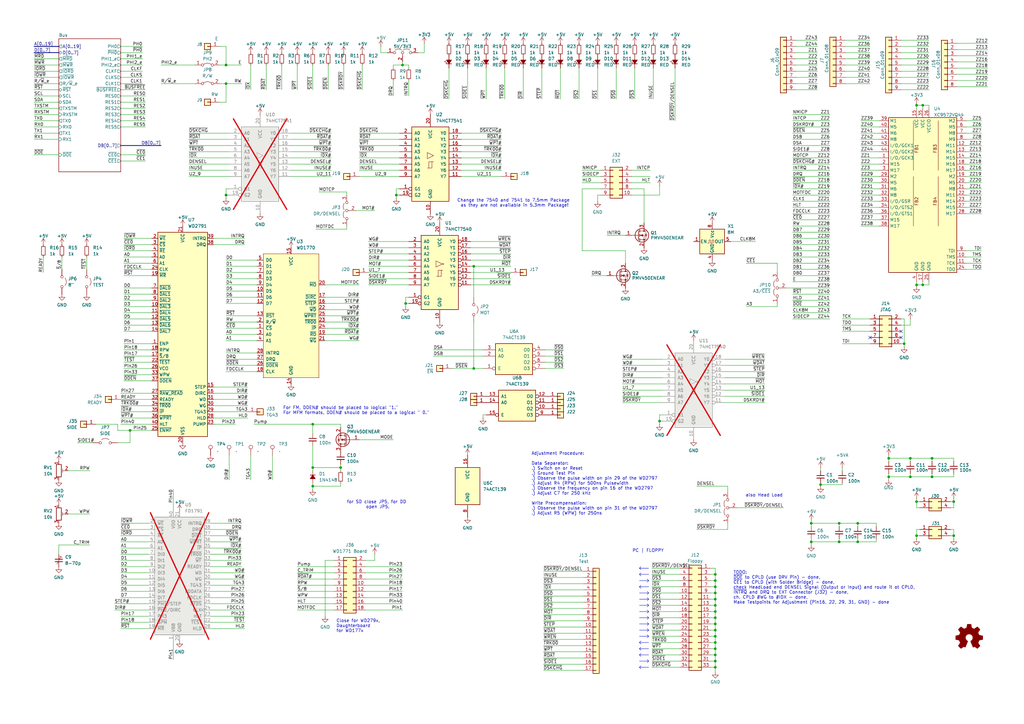
<source format=kicad_sch>
(kicad_sch (version 20231120) (generator "eeschema") (generator_version "8.0")
  (paper "A3")
  (title_block (title "Unicomp v3 - WD177x / WD279x Floppy  Board") (date "2024-10-01") (rev "v1.1") (company "100% Offner") (comment 1 "v1.0: Initial") (comment 2 "v1.1: U1 and U2 7.5mm Pakage added"))
  (junction (at 293.37 260.985))
  (junction (at 375.92 219.71))
  (junction (at 382.27 187.96))
  (junction (at 128.27 199.39))
  (junction (at 332.74 222.25))
  (junction (at 92.71 34.29))
  (junction (at 194.31 151.13))
  (junction (at 293.37 248.285))
  (junction (at 391.16 205.74))
  (junction (at 293.37 238.125))
  (junction (at 293.37 263.525))
  (junction (at 165.1 26.67))
  (junction (at 293.37 271.145))
  (junction (at 293.37 268.605))
  (junction (at 270.51 172.72))
  (junction (at 293.37 235.585))
  (junction (at 92.71 26.67))
  (junction (at 293.37 255.905))
  (junction (at 375.92 43.18))
  (junction (at 162.56 80.01))
  (junction (at 139.7 191.77))
  (junction (at 378.46 116.84))
  (junction (at 293.37 245.745))
  (junction (at 194.31 109.22))
  (junction (at 375.92 116.84))
  (junction (at 293.37 243.205))
  (junction (at 128.27 191.77))
  (junction (at 293.37 266.065))
  (junction (at 351.79 214.63))
  (junction (at 344.17 222.25))
  (junction (at 364.49 187.96))
  (junction (at 375.92 205.74))
  (junction (at 332.74 214.63))
  (junction (at 378.46 43.18))
  (junction (at 53.34 176.53))
  (junction (at 166.37 124.46))
  (junction (at 382.27 195.58))
  (junction (at 293.37 250.825))
  (junction (at 344.17 214.63))
  (junction (at 391.16 219.71))
  (junction (at 128.27 173.99))
  (junction (at 92.71 80.01))
  (junction (at 293.37 253.365))
  (junction (at 336.55 198.755))
  (junction (at 373.38 195.58))
  (junction (at 293.37 240.665))
  (junction (at 373.38 187.96))
  (junction (at 293.37 258.445))
  (junction (at 370.84 140.97))
  (junction (at 293.37 273.685))
  (junction (at 364.49 195.58))
  (junction (at 351.79 222.25))
  (no_connect (at 369.57 138.43))
  (no_connect (at 369.57 135.89))
  (no_connect (at 356.87 138.43))
  (wire (pts (xy 128.27 199.39) (xy 128.27 198.12)))
  (wire (pts (xy 402.59 107.95) (xy 396.24 107.95)))
  (wire (pts (xy 293.37 266.065) (xy 293.37 268.605)))
  (polyline (pts (xy 262.255 235.585) (xy 262.89 234.95)))
  (wire (pts (xy 139.7 199.39) (xy 128.27 199.39)))
  (wire (pts (xy 239.395 249.555) (xy 222.885 249.555)))
  (wire (pts (xy 325.12 46.99) (xy 340.36 46.99)))
  (wire (pts (xy 359.41 222.25) (xy 351.79 222.25)))
  (wire (pts (xy 298.45 214.63) (xy 298.45 217.17)))
  (polyline (pts (xy 266.065 255.905) (xy 262.255 255.905)))
  (wire (pts (xy 13.97 39.37) (xy 24.13 39.37)))
  (polyline (pts (xy 262.255 263.525) (xy 262.89 264.16)))
  (wire (pts (xy 139.7 198.12) (xy 139.7 199.39)))
  (wire (pts (xy 231.14 148.59) (xy 223.52 148.59)))
  (wire (pts (xy 50.8 128.27) (xy 62.23 128.27)))
  (wire (pts (xy 49.53 227.33) (xy 60.96 227.33)))
  (polyline (pts (xy 266.065 253.365) (xy 265.43 254)))
  (wire (pts (xy 302.26 208.28) (xy 321.31 208.28)))
  (wire (pts (xy 346.71 31.75) (xy 356.87 31.75)))
  (wire (pts (xy 13.97 31.75) (xy 24.13 31.75)))
  (wire (pts (xy 259.08 74.93) (xy 266.7 74.93)))
  (wire (pts (xy 24.13 227.33) (xy 24.13 223.52)))
  (wire (pts (xy 231.14 146.05) (xy 223.52 146.05)))
  (wire (pts (xy 293.37 240.665) (xy 293.37 243.205)))
  (wire (pts (xy 255.27 152.4) (xy 271.78 152.4)))
  (polyline (pts (xy 262.255 273.685) (xy 266.065 273.685)))
  (wire (pts (xy 49.53 257.81) (xy 60.96 257.81)))
  (wire (pts (xy 391.16 205.74) (xy 391.16 208.28)))
  (wire (pts (xy 239.395 239.395) (xy 222.885 239.395)))
  (wire (pts (xy 375.92 205.74) (xy 377.19 205.74)))
  (polyline (pts (xy 266.065 245.745) (xy 265.43 246.38)))
  (wire (pts (xy 325.12 120.65) (xy 340.36 120.65)))
  (wire (pts (xy 325.12 59.69) (xy 340.36 59.69)))
  (wire (pts (xy 369.57 133.35) (xy 373.38 133.35)))
  (wire (pts (xy 128.27 182.88) (xy 128.27 191.77)))
  (wire (pts (xy 396.24 67.31) (xy 402.59 67.31)))
  (wire (pts (xy 353.06 69.85) (xy 360.68 69.85)))
  (wire (pts (xy 147.32 59.69) (xy 163.83 59.69)))
  (polyline (pts (xy 266.065 243.205) (xy 265.43 243.84)))
  (wire (pts (xy 50.8 140.97) (xy 62.23 140.97)))
  (wire (pts (xy 245.11 27.94) (xy 245.11 40.64)))
  (wire (pts (xy 13.97 41.91) (xy 24.13 41.91)))
  (wire (pts (xy 193.04 111.76) (xy 209.55 111.76)))
  (wire (pts (xy 297.18 147.32) (xy 313.69 147.32)))
  (wire (pts (xy 259.08 80.01) (xy 270.51 80.01)))
  (wire (pts (xy 325.12 100.33) (xy 340.36 100.33)))
  (wire (pts (xy 369.57 19.05) (xy 381 19.05)))
  (wire (pts (xy 92.71 119.38) (xy 105.41 119.38)))
  (wire (pts (xy 71.12 200.66) (xy 71.12 209.55)))
  (wire (pts (xy 291.465 273.685) (xy 293.37 273.685)))
  (wire (pts (xy 189.23 72.39) (xy 205.74 72.39)))
  (wire (pts (xy 396.24 87.63) (xy 402.59 87.63)))
  (wire (pts (xy 184.15 27.94) (xy 184.15 40.64)))
  (wire (pts (xy 353.06 92.71) (xy 360.68 92.71)))
  (wire (pts (xy 325.12 92.71) (xy 340.36 92.71)))
  (wire (pts (xy 99.06 214.63) (xy 86.36 214.63)))
  (wire (pts (xy 326.39 19.05) (xy 335.28 19.05)))
  (wire (pts (xy 165.1 26.67) (xy 167.64 26.67)))
  (wire (pts (xy 162.56 80.01) (xy 162.56 81.28)))
  (wire (pts (xy 193.04 101.6) (xy 209.55 101.6)))
  (wire (pts (xy 149.86 237.49) (xy 165.1 237.49)))
  (wire (pts (xy 396.24 59.69) (xy 402.59 59.69)))
  (wire (pts (xy 49.53 34.29) (xy 58.42 34.29)))
  (wire (pts (xy 346.71 16.51) (xy 356.87 16.51)))
  (wire (pts (xy 396.24 77.47) (xy 402.59 77.47)))
  (wire (pts (xy 139.7 175.26) (xy 139.7 173.99)))
  (wire (pts (xy 147.32 67.31) (xy 163.83 67.31)))
  (wire (pts (xy 291.465 266.065) (xy 293.37 266.065)))
  (wire (pts (xy 128.27 26.67) (xy 128.27 36.83)))
  (wire (pts (xy 161.29 33.02) (xy 161.29 39.37)))
  (wire (pts (xy 147.32 54.61) (xy 163.83 54.61)))
  (wire (pts (xy 369.57 21.59) (xy 381 21.59)))
  (wire (pts (xy 87.63 166.37) (xy 101.6 166.37)))
  (wire (pts (xy 375.92 116.84) (xy 375.92 117.475)))
  (wire (pts (xy 60.96 247.65) (xy 46.99 247.65)))
  (wire (pts (xy 325.12 130.81) (xy 340.36 130.81)))
  (wire (pts (xy 189.23 62.23) (xy 205.74 62.23)))
  (wire (pts (xy 128.27 173.99) (xy 139.7 173.99)))
  (wire (pts (xy 373.38 187.96) (xy 364.49 187.96)))
  (polyline (pts (xy 262.255 263.525) (xy 266.065 263.525)))
  (wire (pts (xy 49.53 214.63) (xy 60.96 214.63)))
  (wire (pts (xy 147.32 180.34) (xy 161.29 180.34)))
  (wire (pts (xy 325.12 128.27) (xy 340.36 128.27)))
  (wire (pts (xy 50.8 156.21) (xy 62.23 156.21)))
  (wire (pts (xy 336.55 199.39) (xy 336.55 198.755)))
  (wire (pts (xy 297.18 160.02) (xy 313.69 160.02)))
  (wire (pts (xy 325.12 49.53) (xy 340.36 49.53)))
  (wire (pts (xy 278.765 240.665) (xy 267.335 240.665)))
  (wire (pts (xy 167.64 121.92) (xy 166.37 121.92)))
  (wire (pts (xy 297.18 165.1) (xy 313.69 165.1)))
  (wire (pts (xy 199.39 27.94) (xy 199.39 40.64)))
  (wire (pts (xy 237.49 27.94) (xy 237.49 40.64)))
  (wire (pts (xy 297.18 157.48) (xy 313.69 157.48)))
  (wire (pts (xy 369.57 26.67) (xy 381 26.67)))
  (polyline (pts (xy 262.255 263.525) (xy 262.89 262.89)))
  (wire (pts (xy 336.55 198.755) (xy 345.44 198.755)))
  (wire (pts (xy 49.53 224.79) (xy 60.96 224.79)))
  (wire (pts (xy 214.63 27.94) (xy 214.63 40.64)))
  (wire (pts (xy 86.36 237.49) (xy 100.33 237.49)))
  (wire (pts (xy 194.31 121.92) (xy 194.31 109.22)))
  (wire (pts (xy 396.24 82.55) (xy 402.59 82.55)))
  (wire (pts (xy 346.71 26.67) (xy 356.87 26.67)))
  (wire (pts (xy 121.92 240.03) (xy 137.16 240.03)))
  (wire (pts (xy 119.38 64.77) (xy 135.89 64.77)))
  (wire (pts (xy 255.27 165.1) (xy 271.78 165.1)))
  (wire (pts (xy 260.35 27.94) (xy 260.35 40.64)))
  (wire (pts (xy 194.31 151.13) (xy 194.31 132.08)))
  (wire (pts (xy 392.43 27.94) (xy 405.13 27.94)))
  (wire (pts (xy 382.27 194.31) (xy 382.27 195.58)))
  (wire (pts (xy 53.34 176.53) (xy 62.23 176.53)))
  (wire (pts (xy 325.12 113.03) (xy 340.36 113.03)))
  (wire (pts (xy 50.8 148.59) (xy 62.23 148.59)))
  (wire (pts (xy 115.57 26.67) (xy 115.57 36.83)))
  (wire (pts (xy 86.36 257.81) (xy 100.33 257.81)))
  (wire (pts (xy 391.16 208.28) (xy 389.89 208.28)))
  (wire (pts (xy 92.71 41.91) (xy 92.71 34.29)))
  (wire (pts (xy 177.8 143.51) (xy 198.12 143.51)))
  (wire (pts (xy 92.71 106.68) (xy 105.41 106.68)))
  (wire (pts (xy 163.83 77.47) (xy 162.56 77.47)))
  (wire (pts (xy 297.18 152.4) (xy 313.69 152.4)))
  (wire (pts (xy 270.51 170.18) (xy 270.51 172.72)))
  (wire (pts (xy 121.92 232.41) (xy 137.16 232.41)))
  (wire (pts (xy 326.39 16.51) (xy 335.28 16.51)))
  (wire (pts (xy 326.39 24.13) (xy 335.28 24.13)))
  (wire (pts (xy 239.395 257.175) (xy 222.885 257.175)))
  (wire (pts (xy 255.27 160.02) (xy 271.78 160.02)))
  (wire (pts (xy 35.56 105.41) (xy 35.56 110.49)))
  (wire (pts (xy 392.43 22.86) (xy 405.13 22.86)))
  (wire (pts (xy 239.395 252.095) (xy 222.885 252.095)))
  (polyline (pts (xy 266.065 248.285) (xy 265.43 247.65)))
  (wire (pts (xy 278.765 245.745) (xy 267.335 245.745)))
  (wire (pts (xy 325.12 77.47) (xy 340.36 77.47)))
  (wire (pts (xy 345.44 133.35) (xy 356.87 133.35)))
  (wire (pts (xy 161.29 27.94) (xy 161.29 26.67)))
  (wire (pts (xy 375.92 219.71) (xy 375.92 220.98)))
  (wire (pts (xy 293.37 268.605) (xy 293.37 271.145)))
  (polyline (pts (xy 266.065 248.285) (xy 262.255 248.285)))
  (wire (pts (xy 49.53 237.49) (xy 60.96 237.49)))
  (wire (pts (xy 49.53 46.99) (xy 59.69 46.99)))
  (wire (pts (xy 92.71 129.54) (xy 105.41 129.54)))
  (wire (pts (xy 100.33 250.19) (xy 86.36 250.19)))
  (wire (pts (xy 259.08 69.85) (xy 266.7 69.85)))
  (wire (pts (xy 49.53 166.37) (xy 62.23 166.37)))
  (wire (pts (xy 291.465 250.825) (xy 293.37 250.825)))
  (wire (pts (xy 276.86 27.94) (xy 276.86 49.53)))
  (wire (pts (xy 291.465 238.125) (xy 293.37 238.125)))
  (wire (pts (xy 27.94 210.82) (xy 36.83 210.82)))
  (wire (pts (xy 92.71 116.84) (xy 105.41 116.84)))
  (wire (pts (xy 402.59 110.49) (xy 396.24 110.49)))
  (wire (pts (xy 153.67 86.36) (xy 146.05 86.36)))
  (wire (pts (xy 147.32 69.85) (xy 163.83 69.85)))
  (wire (pts (xy 359.41 220.98) (xy 359.41 222.25)))
  (wire (pts (xy 297.18 162.56) (xy 313.69 162.56)))
  (wire (pts (xy 375.92 116.84) (xy 378.46 116.84)))
  (wire (pts (xy 92.71 121.92) (xy 105.41 121.92)))
  (wire (pts (xy 345.44 135.89) (xy 356.87 135.89)))
  (wire (pts (xy 392.43 30.48) (xy 405.13 30.48)))
  (wire (pts (xy 86.36 242.57) (xy 100.33 242.57)))
  (wire (pts (xy 25.4 105.41) (xy 25.4 110.49)))
  (wire (pts (xy 149.86 234.95) (xy 165.1 234.95)))
  (wire (pts (xy 13.97 46.99) (xy 24.13 46.99)))
  (wire (pts (xy 369.57 24.13) (xy 381 24.13)))
  (wire (pts (xy 185.42 151.13) (xy 194.31 151.13)))
  (wire (pts (xy 326.39 21.59) (xy 335.28 21.59)))
  (wire (pts (xy 151.13 114.3) (xy 167.64 114.3)))
  (wire (pts (xy 381 116.84) (xy 381 115.57)))
  (wire (pts (xy 392.43 35.56) (xy 405.13 35.56)))
  (wire (pts (xy 278.765 233.045) (xy 267.335 233.045)))
  (wire (pts (xy 104.14 173.99) (xy 128.27 173.99)))
  (wire (pts (xy 133.35 129.54) (xy 147.32 129.54)))
  (wire (pts (xy 325.12 102.87) (xy 340.36 102.87)))
  (wire (pts (xy 49.53 63.5) (xy 59.69 63.5)))
  (wire (pts (xy 193.04 109.22) (xy 194.31 109.22)))
  (polyline (pts (xy 262.255 233.045) (xy 266.065 233.045)))
  (polyline (pts (xy 266.065 238.125) (xy 265.43 237.49)))
  (wire (pts (xy 147.32 64.77) (xy 163.83 64.77)))
  (wire (pts (xy 49.53 240.03) (xy 60.96 240.03)))
  (wire (pts (xy 239.395 236.855) (xy 222.885 236.855)))
  (wire (pts (xy 13.97 54.61) (xy 24.13 54.61)))
  (wire (pts (xy 66.04 26.67) (xy 80.01 26.67)))
  (wire (pts (xy 396.24 74.93) (xy 402.59 74.93)))
  (wire (pts (xy 87.63 173.99) (xy 96.52 173.99)))
  (wire (pts (xy 119.38 69.85) (xy 135.89 69.85)))
  (wire (pts (xy 325.12 67.31) (xy 340.36 67.31)))
  (wire (pts (xy 99.06 227.33) (xy 86.36 227.33)))
  (wire (pts (xy 332.74 222.25) (xy 344.17 222.25)))
  (wire (pts (xy 373.38 187.96) (xy 373.38 189.23)))
  (wire (pts (xy 325.12 95.25) (xy 340.36 95.25)))
  (wire (pts (xy 353.06 74.93) (xy 360.68 74.93)))
  (wire (pts (xy 193.04 114.3) (xy 209.55 114.3)))
  (wire (pts (xy 129.54 93.98) (xy 142.24 93.98)))
  (wire (pts (xy 325.12 110.49) (xy 340.36 110.49)))
  (wire (pts (xy 149.86 229.87) (xy 153.67 229.87)))
  (wire (pts (xy 99.06 217.17) (xy 86.36 217.17)))
  (wire (pts (xy 207.01 27.94) (xy 207.01 40.64)))
  (wire (pts (xy 353.06 72.39) (xy 360.68 72.39)))
  (wire (pts (xy 121.92 234.95) (xy 137.16 234.95)))
  (wire (pts (xy 149.86 240.03) (xy 165.1 240.03)))
  (wire (pts (xy 87.63 161.29) (xy 101.6 161.29)))
  (wire (pts (xy 278.765 271.145) (xy 267.335 271.145)))
  (wire (pts (xy 86.36 232.41) (xy 99.06 232.41)))
  (wire (pts (xy 92.71 149.86) (xy 105.41 149.86)))
  (wire (pts (xy 48.26 173.99) (xy 48.26 176.53)))
  (wire (pts (xy 322.58 118.11) (xy 340.36 118.11)))
  (wire (pts (xy 353.06 57.15) (xy 360.68 57.15)))
  (wire (pts (xy 222.25 27.94) (xy 222.25 40.64)))
  (wire (pts (xy 198.12 151.13) (xy 194.31 151.13)))
  (wire (pts (xy 373.38 194.31) (xy 373.38 195.58)))
  (polyline (pts (xy 266.065 258.445) (xy 265.43 259.08)))
  (wire (pts (xy 325.12 72.39) (xy 340.36 72.39)))
  (wire (pts (xy 50.8 107.95) (xy 62.23 107.95)))
  (wire (pts (xy 49.53 222.25) (xy 60.96 222.25)))
  (wire (pts (xy 325.12 74.93) (xy 340.36 74.93)))
  (wire (pts (xy 151.13 99.06) (xy 167.64 99.06)))
  (wire (pts (xy 291.465 233.045) (xy 293.37 233.045)))
  (wire (pts (xy 325.12 85.09) (xy 340.36 85.09)))
  (wire (pts (xy 97.79 219.71) (xy 86.36 219.71)))
  (polyline (pts (xy 266.065 255.905) (xy 265.43 255.27)))
  (polyline (pts (xy 262.255 235.585) (xy 266.065 235.585)))
  (wire (pts (xy 49.53 26.67) (xy 58.42 26.67)))
  (wire (pts (xy 375.92 208.28) (xy 377.19 208.28)))
  (wire (pts (xy 121.92 237.49) (xy 137.16 237.49)))
  (wire (pts (xy 238.76 102.87) (xy 238.76 77.47)))
  (wire (pts (xy 49.53 39.37) (xy 59.69 39.37)))
  (wire (pts (xy 325.12 125.73) (xy 340.36 125.73)))
  (wire (pts (xy 50.8 130.81) (xy 62.23 130.81)))
  (wire (pts (xy 49.53 234.95) (xy 60.96 234.95)))
  (polyline (pts (xy 262.255 268.605) (xy 262.89 267.97)))
  (wire (pts (xy 382.27 187.96) (xy 373.38 187.96)))
  (wire (pts (xy 77.47 54.61) (xy 93.98 54.61)))
  (wire (pts (xy 239.395 244.475) (xy 222.885 244.475)))
  (wire (pts (xy 293.37 250.825) (xy 293.37 253.365)))
  (wire (pts (xy 391.16 217.17) (xy 391.16 219.71)))
  (wire (pts (xy 306.07 125.73) (xy 318.77 125.73)))
  (wire (pts (xy 326.39 31.75) (xy 335.28 31.75)))
  (wire (pts (xy 353.06 90.17) (xy 360.68 90.17)))
  (wire (pts (xy 100.33 97.79) (xy 87.63 97.79)))
  (wire (pts (xy 173.99 21.59) (xy 171.45 21.59)))
  (polyline (pts (xy 266.065 253.365) (xy 262.255 253.365)))
  (wire (pts (xy 325.12 69.85) (xy 340.36 69.85)))
  (wire (pts (xy 345.44 130.81) (xy 356.87 130.81)))
  (wire (pts (xy 293.37 260.985) (xy 293.37 263.525)))
  (wire (pts (xy 50.8 153.67) (xy 62.23 153.67)))
  (wire (pts (xy 252.73 27.94) (xy 252.73 40.64)))
  (wire (pts (xy 293.37 273.685) (xy 293.37 275.59)))
  (wire (pts (xy 351.79 220.98) (xy 351.79 222.25)))
  (polyline (pts (xy 266.065 250.825) (xy 265.43 250.19)))
  (wire (pts (xy 49.53 229.87) (xy 60.96 229.87)))
  (wire (pts (xy 239.395 247.015) (xy 222.885 247.015)))
  (wire (pts (xy 298.45 201.93) (xy 298.45 199.39)))
  (wire (pts (xy 391.16 187.96) (xy 382.27 187.96)))
  (wire (pts (xy 189.23 69.85) (xy 205.74 69.85)))
  (wire (pts (xy 92.71 147.32) (xy 105.41 147.32)))
  (polyline (pts (xy 266.065 250.825) (xy 265.43 251.46)))
  (wire (pts (xy 396.24 52.07) (xy 402.59 52.07)))
  (wire (pts (xy 119.38 54.61) (xy 135.89 54.61)))
  (wire (pts (xy 378.46 116.84) (xy 378.46 115.57)))
  (wire (pts (xy 50.8 135.89) (xy 62.23 135.89)))
  (bus (pts (xy 49.53 59.69) (xy 66.04 59.69)))
  (wire (pts (xy 147.32 72.39) (xy 163.83 72.39)))
  (wire (pts (xy 293.37 253.365) (xy 293.37 255.905)))
  (wire (pts (xy 242.57 113.03) (xy 248.92 113.03)))
  (wire (pts (xy 50.8 123.19) (xy 62.23 123.19)))
  (wire (pts (xy 325.12 82.55) (xy 340.36 82.55)))
  (wire (pts (xy 86.36 245.11) (xy 100.33 245.11)))
  (wire (pts (xy 264.16 77.47) (xy 264.16 91.44)))
  (wire (pts (xy 239.395 254.635) (xy 222.885 254.635)))
  (wire (pts (xy 239.395 241.935) (xy 222.885 241.935)))
  (wire (pts (xy 325.12 105.41) (xy 340.36 105.41)))
  (wire (pts (xy 291.465 245.745) (xy 293.37 245.745)))
  (wire (pts (xy 345.44 140.97) (xy 356.87 140.97)))
  (wire (pts (xy 87.63 163.83) (xy 101.6 163.83)))
  (wire (pts (xy 353.06 64.77) (xy 360.68 64.77)))
  (wire (pts (xy 238.76 77.47) (xy 246.38 77.47)))
  (wire (pts (xy 189.23 57.15) (xy 205.74 57.15)))
  (wire (pts (xy 156.21 19.05) (xy 156.21 21.59)))
  (wire (pts (xy 239.395 267.335) (xy 222.885 267.335)))
  (wire (pts (xy 121.92 247.65) (xy 137.16 247.65)))
  (wire (pts (xy 375.92 219.71) (xy 377.19 219.71)))
  (polyline (pts (xy 266.065 243.205) (xy 265.43 242.57)))
  (wire (pts (xy 50.8 102.87) (xy 62.23 102.87)))
  (wire (pts (xy 13.97 34.29) (xy 24.13 34.29)))
  (wire (pts (xy 119.38 72.39) (xy 135.89 72.39)))
  (wire (pts (xy 92.71 19.05) (xy 92.71 26.67)))
  (wire (pts (xy 49.53 219.71) (xy 60.96 219.71)))
  (wire (pts (xy 99.06 224.79) (xy 86.36 224.79)))
  (wire (pts (xy 87.63 158.75) (xy 101.6 158.75)))
  (wire (pts (xy 291.465 258.445) (xy 293.37 258.445)))
  (wire (pts (xy 369.57 36.83) (xy 381 36.83)))
  (wire (pts (xy 50.8 125.73) (xy 62.23 125.73)))
  (wire (pts (xy 369.57 140.97) (xy 370.84 140.97)))
  (wire (pts (xy 77.47 62.23) (xy 93.98 62.23)))
  (wire (pts (xy 111.76 186.69) (xy 111.76 196.85)))
  (wire (pts (xy 49.53 31.75) (xy 58.42 31.75)))
  (wire (pts (xy 142.24 93.98) (xy 142.24 92.71)))
  (wire (pts (xy 353.06 87.63) (xy 360.68 87.63)))
  (wire (pts (xy 49.53 41.91) (xy 59.69 41.91)))
  (polyline (pts (xy 262.255 268.605) (xy 266.065 268.605)))
  (wire (pts (xy 364.49 195.58) (xy 373.38 195.58)))
  (wire (pts (xy 90.17 41.91) (xy 92.71 41.91)))
  (wire (pts (xy 142.24 80.01) (xy 142.24 78.74)))
  (bus (pts (xy 24.13 19.05) (xy 13.97 19.05)))
  (wire (pts (xy 121.92 245.11) (xy 137.16 245.11)))
  (wire (pts (xy 239.395 259.715) (xy 222.885 259.715)))
  (wire (pts (xy 351.79 214.63) (xy 359.41 214.63)))
  (wire (pts (xy 291.465 243.205) (xy 293.37 243.205)))
  (wire (pts (xy 369.57 130.81) (xy 370.84 130.81)))
  (wire (pts (xy 291.465 240.665) (xy 293.37 240.665)))
  (wire (pts (xy 189.23 54.61) (xy 205.74 54.61)))
  (wire (pts (xy 369.57 29.21) (xy 381 29.21)))
  (wire (pts (xy 332.74 214.63) (xy 332.74 215.9)))
  (wire (pts (xy 49.53 255.27) (xy 60.96 255.27)))
  (wire (pts (xy 325.12 115.57) (xy 340.36 115.57)))
  (wire (pts (xy 151.13 116.84) (xy 167.64 116.84)))
  (polyline (pts (xy 266.065 260.985) (xy 265.43 261.62)))
  (wire (pts (xy 278.765 266.065) (xy 267.335 266.065)))
  (wire (pts (xy 13.97 57.15) (xy 24.13 57.15)))
  (polyline (pts (xy 266.065 255.905) (xy 265.43 256.54)))
  (wire (pts (xy 375.92 43.18) (xy 378.46 43.18)))
  (wire (pts (xy 100.33 100.33) (xy 87.63 100.33)))
  (wire (pts (xy 359.41 214.63) (xy 359.41 215.9)))
  (wire (pts (xy 271.78 170.18) (xy 270.51 170.18)))
  (wire (pts (xy 49.53 163.83) (xy 62.23 163.83)))
  (wire (pts (xy 167.64 26.67) (xy 167.64 27.94)))
  (polyline (pts (xy 262.255 266.065) (xy 262.89 265.43)))
  (wire (pts (xy 326.39 29.21) (xy 335.28 29.21)))
  (wire (pts (xy 291.465 253.365) (xy 293.37 253.365)))
  (wire (pts (xy 194.31 109.22) (xy 209.55 109.22)))
  (wire (pts (xy 133.35 229.87) (xy 133.35 252.73)))
  (wire (pts (xy 50.8 133.35) (xy 62.23 133.35)))
  (wire (pts (xy 50.8 105.41) (xy 62.23 105.41)))
  (wire (pts (xy 49.53 66.04) (xy 59.69 66.04)))
  (wire (pts (xy 231.14 151.13) (xy 223.52 151.13)))
  (wire (pts (xy 90.17 19.05) (xy 92.71 19.05)))
  (wire (pts (xy 381 43.18) (xy 381 44.45)))
  (wire (pts (xy 193.04 106.68) (xy 209.55 106.68)))
  (wire (pts (xy 373.38 130.81) (xy 373.38 133.35)))
  (wire (pts (xy 382.27 195.58) (xy 391.16 195.58)))
  (wire (pts (xy 293.37 271.145) (xy 293.37 273.685)))
  (wire (pts (xy 17.78 105.41) (xy 17.78 111.76)))
  (wire (pts (xy 293.37 243.205) (xy 293.37 245.745)))
  (wire (pts (xy 92.71 26.67) (xy 90.17 26.67)))
  (wire (pts (xy 291.465 255.905) (xy 293.37 255.905)))
  (wire (pts (xy 191.77 27.94) (xy 191.77 40.64)))
  (wire (pts (xy 239.395 264.795) (xy 222.885 264.795)))
  (wire (pts (xy 344.17 214.63) (xy 351.79 214.63)))
  (wire (pts (xy 325.12 64.77) (xy 340.36 64.77)))
  (wire (pts (xy 86.36 229.87) (xy 99.06 229.87)))
  (wire (pts (xy 353.06 49.53) (xy 360.68 49.53)))
  (wire (pts (xy 255.27 154.94) (xy 271.78 154.94)))
  (wire (pts (xy 229.87 27.94) (xy 229.87 40.64)))
  (wire (pts (xy 49.53 24.13) (xy 58.42 24.13)))
  (wire (pts (xy 264.16 77.47) (xy 259.08 77.47)))
  (wire (pts (xy 291.465 260.985) (xy 293.37 260.985)))
  (wire (pts (xy 351.79 222.25) (xy 344.17 222.25)))
  (wire (pts (xy 344.17 220.98) (xy 344.17 222.25)))
  (wire (pts (xy 149.86 232.41) (xy 165.1 232.41)))
  (polyline (pts (xy 262.255 268.605) (xy 262.89 269.24)))
  (polyline (pts (xy 266.065 260.985) (xy 265.43 260.35)))
  (wire (pts (xy 293.37 235.585) (xy 293.37 238.125)))
  (wire (pts (xy 332.74 223.52) (xy 332.74 222.25)))
  (wire (pts (xy 139.7 191.77) (xy 128.27 191.77)))
  (wire (pts (xy 391.16 217.17) (xy 389.89 217.17)))
  (wire (pts (xy 60.96 250.19) (xy 46.99 250.19)))
  (wire (pts (xy 291.465 263.525) (xy 293.37 263.525)))
  (wire (pts (xy 49.53 49.53) (xy 59.69 49.53)))
  (wire (pts (xy 93.98 186.69) (xy 93.98 196.85)))
  (wire (pts (xy 99.06 222.25) (xy 86.36 222.25)))
  (wire (pts (xy 332.74 222.25) (xy 332.74 220.98)))
  (wire (pts (xy 49.53 161.29) (xy 62.23 161.29)))
  (wire (pts (xy 92.71 111.76) (xy 105.41 111.76)))
  (wire (pts (xy 306.07 107.95) (xy 318.77 107.95)))
  (wire (pts (xy 255.27 162.56) (xy 271.78 162.56)))
  (wire (pts (xy 121.92 242.57) (xy 137.16 242.57)))
  (wire (pts (xy 102.87 186.69) (xy 102.87 196.85)))
  (wire (pts (xy 13.97 36.83) (xy 24.13 36.83)))
  (wire (pts (xy 13.97 52.07) (xy 24.13 52.07)))
  (wire (pts (xy 378.46 43.18) (xy 381 43.18)))
  (wire (pts (xy 391.16 189.23) (xy 391.16 187.96)))
  (wire (pts (xy 326.39 34.29) (xy 335.28 34.29)))
  (wire (pts (xy 167.64 33.02) (xy 167.64 39.37)))
  (wire (pts (xy 382.27 187.96) (xy 382.27 189.23)))
  (wire (pts (xy 325.12 97.79) (xy 340.36 97.79)))
  (wire (pts (xy 49.53 52.07) (xy 59.69 52.07)))
  (wire (pts (xy 92.71 80.01) (xy 92.71 81.28)))
  (wire (pts (xy 325.12 57.15) (xy 340.36 57.15)))
  (wire (pts (xy 278.765 238.125) (xy 267.335 238.125)))
  (wire (pts (xy 278.765 255.905) (xy 267.335 255.905)))
  (wire (pts (xy 128.27 191.77) (xy 128.27 193.04)))
  (polyline (pts (xy 266.065 271.145) (xy 265.43 270.51)))
  (wire (pts (xy 391.16 195.58) (xy 391.16 194.31)))
  (wire (pts (xy 151.13 109.22) (xy 167.64 109.22)))
  (wire (pts (xy 173.99 17.78) (xy 173.99 21.59)))
  (wire (pts (xy 92.71 152.4) (xy 105.41 152.4)))
  (wire (pts (xy 177.8 146.05) (xy 198.12 146.05)))
  (wire (pts (xy 140.97 26.67) (xy 140.97 36.83)))
  (wire (pts (xy 147.32 57.15) (xy 163.83 57.15)))
  (wire (pts (xy 396.24 85.09) (xy 402.59 85.09)))
  (wire (pts (xy 48.26 176.53) (xy 53.34 176.53)))
  (wire (pts (xy 50.8 151.13) (xy 62.23 151.13)))
  (wire (pts (xy 255.27 147.32) (xy 271.78 147.32)))
  (wire (pts (xy 162.56 80.01) (xy 163.83 80.01)))
  (wire (pts (xy 344.17 214.63) (xy 344.17 215.9)))
  (wire (pts (xy 149.86 247.65) (xy 165.1 247.65)))
  (polyline (pts (xy 262.255 240.665) (xy 262.89 240.03)))
  (polyline (pts (xy 262.255 273.685) (xy 262.89 273.05)))
  (wire (pts (xy 92.71 144.78) (xy 105.41 144.78)))
  (wire (pts (xy 49.53 242.57) (xy 60.96 242.57)))
  (wire (pts (xy 49.53 232.41) (xy 60.96 232.41)))
  (wire (pts (xy 77.47 69.85) (xy 93.98 69.85)))
  (wire (pts (xy 92.71 139.7) (xy 105.41 139.7)))
  (wire (pts (xy 345.44 198.12) (xy 345.44 198.755)))
  (wire (pts (xy 346.71 19.05) (xy 356.87 19.05)))
  (polyline (pts (xy 262.255 233.045) (xy 262.89 232.41)))
  (polyline (pts (xy 266.065 271.145) (xy 262.255 271.145)))
  (wire (pts (xy 87.63 168.91) (xy 101.6 168.91)))
  (wire (pts (xy 50.8 100.33) (xy 62.23 100.33)))
  (wire (pts (xy 50.8 143.51) (xy 62.23 143.51)))
  (wire (pts (xy 318.77 111.76) (xy 318.77 107.95)))
  (wire (pts (xy 392.43 33.02) (xy 405.13 33.02)))
  (wire (pts (xy 133.35 121.92) (xy 147.32 121.92)))
  (wire (pts (xy 49.53 36.83) (xy 59.69 36.83)))
  (wire (pts (xy 369.57 31.75) (xy 381 31.75)))
  (wire (pts (xy 370.84 140.97) (xy 370.84 142.24)))
  (wire (pts (xy 49.53 168.91) (xy 62.23 168.91)))
  (wire (pts (xy 346.71 24.13) (xy 356.87 24.13)))
  (wire (pts (xy 92.71 109.22) (xy 105.41 109.22)))
  (wire (pts (xy 238.76 74.93) (xy 246.38 74.93)))
  (wire (pts (xy 291.465 235.585) (xy 293.37 235.585)))
  (wire (pts (xy 133.35 134.62) (xy 147.32 134.62)))
  (wire (pts (xy 297.18 154.94) (xy 313.69 154.94)))
  (wire (pts (xy 396.24 57.15) (xy 402.59 57.15)))
  (wire (pts (xy 13.97 29.21) (xy 24.13 29.21)))
  (polyline (pts (xy 262.255 273.685) (xy 262.89 274.32)))
  (wire (pts (xy 92.71 132.08) (xy 105.41 132.08)))
  (wire (pts (xy 92.71 34.29) (xy 90.17 34.29)))
  (wire (pts (xy 133.35 229.87) (xy 137.16 229.87)))
  (wire (pts (xy 325.12 107.95) (xy 340.36 107.95)))
  (wire (pts (xy 256.54 102.87) (xy 238.76 102.87)))
  (wire (pts (xy 370.84 130.81) (xy 370.84 140.97)))
  (wire (pts (xy 121.92 250.19) (xy 137.16 250.19)))
  (wire (pts (xy 255.27 149.86) (xy 271.78 149.86)))
  (wire (pts (xy 133.35 116.84) (xy 147.32 116.84)))
  (wire (pts (xy 133.35 137.16) (xy 147.32 137.16)))
  (wire (pts (xy 92.71 77.47) (xy 92.71 80.01)))
  (polyline (pts (xy 266.065 250.825) (xy 262.255 250.825)))
  (wire (pts (xy 396.24 62.23) (xy 402.59 62.23)))
  (wire (pts (xy 293.37 245.745) (xy 293.37 248.285)))
  (wire (pts (xy 198.12 171.45) (xy 198.12 170.18)))
  (wire (pts (xy 375.92 42.545) (xy 375.92 43.18)))
  (wire (pts (xy 293.37 258.445) (xy 293.37 260.985)))
  (wire (pts (xy 100.33 255.27) (xy 86.36 255.27)))
  (wire (pts (xy 364.49 194.31) (xy 364.49 195.58)))
  (wire (pts (xy 53.34 181.61) (xy 53.34 176.53)))
  (wire (pts (xy 364.49 195.58) (xy 364.49 196.85)))
  (wire (pts (xy 239.395 272.415) (xy 222.885 272.415)))
  (wire (pts (xy 193.04 104.14) (xy 209.55 104.14)))
  (wire (pts (xy 270.51 172.72) (xy 271.78 172.72)))
  (wire (pts (xy 166.37 121.92) (xy 166.37 124.46)))
  (wire (pts (xy 278.765 258.445) (xy 267.335 258.445)))
  (wire (pts (xy 13.97 44.45) (xy 24.13 44.45)))
  (wire (pts (xy 325.12 80.01) (xy 340.36 80.01)))
  (wire (pts (xy 151.13 101.6) (xy 167.64 101.6)))
  (wire (pts (xy 293.37 255.905) (xy 293.37 258.445)))
  (wire (pts (xy 92.71 26.67) (xy 99.06 26.67)))
  (wire (pts (xy 278.765 248.285) (xy 267.335 248.285)))
  (wire (pts (xy 293.37 263.525) (xy 293.37 266.065)))
  (wire (pts (xy 161.29 26.67) (xy 165.1 26.67)))
  (wire (pts (xy 318.77 125.73) (xy 318.77 124.46)))
  (wire (pts (xy 119.38 67.31) (xy 135.89 67.31)))
  (wire (pts (xy 86.36 247.65) (xy 100.33 247.65)))
  (wire (pts (xy 148.59 26.67) (xy 148.59 36.83)))
  (wire (pts (xy 151.13 106.68) (xy 167.64 106.68)))
  (wire (pts (xy 49.53 19.05) (xy 58.42 19.05)))
  (wire (pts (xy 50.8 113.03) (xy 62.23 113.03)))
  (wire (pts (xy 86.36 234.95) (xy 100.33 234.95)))
  (polyline (pts (xy 262.255 240.665) (xy 262.89 241.3)))
  (wire (pts (xy 149.86 250.19) (xy 165.1 250.19)))
  (wire (pts (xy 139.7 193.04) (xy 139.7 191.77)))
  (wire (pts (xy 49.53 245.11) (xy 60.96 245.11)))
  (wire (pts (xy 291.465 248.285) (xy 293.37 248.285)))
  (wire (pts (xy 392.43 20.32) (xy 405.13 20.32)))
  (wire (pts (xy 156.21 21.59) (xy 158.75 21.59)))
  (wire (pts (xy 267.97 27.94) (xy 267.97 40.64)))
  (wire (pts (xy 396.24 80.01) (xy 402.59 80.01)))
  (wire (pts (xy 13.97 63.5) (xy 24.13 63.5)))
  (wire (pts (xy 49.53 21.59) (xy 58.42 21.59)))
  (wire (pts (xy 278.765 273.685) (xy 267.335 273.685)))
  (wire (pts (xy 13.97 24.13) (xy 24.13 24.13)))
  (wire (pts (xy 378.46 116.84) (xy 381 116.84)))
  (wire (pts (xy 255.27 157.48) (xy 271.78 157.48)))
  (wire (pts (xy 109.22 26.67) (xy 109.22 36.83)))
  (wire (pts (xy 353.06 82.55) (xy 360.68 82.55)))
  (wire (pts (xy 13.97 26.67) (xy 24.13 26.67)))
  (polyline (pts (xy 266.065 245.745) (xy 262.255 245.745)))
  (wire (pts (xy 353.06 85.09) (xy 360.68 85.09)))
  (wire (pts (xy 193.04 116.84) (xy 209.55 116.84)))
  (wire (pts (xy 391.16 219.71) (xy 391.16 220.98)))
  (wire (pts (xy 325.12 52.07) (xy 340.36 52.07)))
  (wire (pts (xy 66.04 34.29) (xy 80.01 34.29)))
  (wire (pts (xy 364.49 187.96) (xy 364.49 189.23)))
  (polyline (pts (xy 262.255 240.665) (xy 266.065 240.665)))
  (wire (pts (xy 128.27 200.66) (xy 128.27 199.39)))
  (wire (pts (xy 49.53 44.45) (xy 59.69 44.45)))
  (wire (pts (xy 291.465 271.145) (xy 293.37 271.145)))
  (wire (pts (xy 391.16 204.47) (xy 391.16 205.74)))
  (wire (pts (xy 353.06 62.23) (xy 360.68 62.23)))
  (wire (pts (xy 71.12 270.51) (xy 71.12 262.89)))
  (wire (pts (xy 346.71 29.21) (xy 356.87 29.21)))
  (wire (pts (xy 293.37 233.045) (xy 293.37 235.585)))
  (wire (pts (xy 353.06 80.01) (xy 360.68 80.01)))
  (wire (pts (xy 166.37 124.46) (xy 167.64 124.46)))
  (wire (pts (xy 239.395 262.255) (xy 222.885 262.255)))
  (wire (pts (xy 27.94 193.04) (xy 36.83 193.04)))
  (wire (pts (xy 77.47 72.39) (xy 93.98 72.39)))
  (wire (pts (xy 270.51 76.2) (xy 270.51 80.01)))
  (wire (pts (xy 189.23 64.77) (xy 205.74 64.77)))
  (wire (pts (xy 77.47 67.31) (xy 93.98 67.31)))
  (wire (pts (xy 49.53 173.99) (xy 62.23 173.99)))
  (polyline (pts (xy 266.065 245.745) (xy 265.43 245.11)))
  (wire (pts (xy 293.37 238.125) (xy 293.37 240.665)))
  (wire (pts (xy 77.47 64.77) (xy 93.98 64.77)))
  (wire (pts (xy 373.38 195.58) (xy 382.27 195.58)))
  (wire (pts (xy 256.54 107.95) (xy 256.54 102.87)))
  (wire (pts (xy 402.59 102.87) (xy 396.24 102.87)))
  (wire (pts (xy 193.04 99.06) (xy 209.55 99.06)))
  (polyline (pts (xy 262.255 233.045) (xy 262.89 233.68)))
  (wire (pts (xy 133.35 132.08) (xy 147.32 132.08)))
  (wire (pts (xy 38.1 181.61) (xy 31.75 181.61)))
  (wire (pts (xy 375.92 43.18) (xy 375.92 44.45)))
  (wire (pts (xy 278.765 235.585) (xy 267.335 235.585)))
  (wire (pts (xy 39.37 173.99) (xy 48.26 173.99)))
  (wire (pts (xy 189.23 67.31) (xy 205.74 67.31)))
  (wire (pts (xy 49.53 171.45) (xy 62.23 171.45)))
  (wire (pts (xy 238.76 72.39) (xy 246.38 72.39)))
  (wire (pts (xy 402.59 105.41) (xy 396.24 105.41)))
  (wire (pts (xy 278.765 250.825) (xy 267.335 250.825)))
  (wire (pts (xy 162.56 77.47) (xy 162.56 80.01)))
  (wire (pts (xy 149.86 245.11) (xy 165.1 245.11)))
  (wire (pts (xy 346.71 21.59) (xy 356.87 21.59)))
  (wire (pts (xy 353.06 52.07) (xy 360.68 52.07)))
  (wire (pts (xy 375.92 115.57) (xy 375.92 116.84)))
  (wire (pts (xy 231.14 143.51) (xy 223.52 143.51)))
  (wire (pts (xy 325.12 123.19) (xy 340.36 123.19)))
  (wire (pts (xy 49.53 29.21) (xy 58.42 29.21)))
  (wire (pts (xy 92.71 80.01) (xy 93.98 80.01)))
  (wire (pts (xy 396.24 49.53) (xy 402.59 49.53)))
  (wire (pts (xy 351.79 214.63) (xy 351.79 215.9)))
  (wire (pts (xy 346.71 34.29) (xy 356.87 34.29)))
  (wire (pts (xy 369.57 16.51) (xy 381 16.51)))
  (wire (pts (xy 336.55 191.77) (xy 336.55 193.04)))
  (wire (pts (xy 153.67 227.33) (xy 153.67 229.87)))
  (wire (pts (xy 133.35 127) (xy 147.32 127)))
  (wire (pts (xy 332.74 214.63) (xy 344.17 214.63)))
  (wire (pts (xy 369.57 34.29) (xy 381 34.29)))
  (wire (pts (xy 133.35 124.46) (xy 147.32 124.46)))
  (wire (pts (xy 396.24 69.85) (xy 402.59 69.85)))
  (wire (pts (xy 151.13 104.14) (xy 167.64 104.14)))
  (wire (pts (xy 391.16 219.71) (xy 389.89 219.71)))
  (polyline (pts (xy 262.255 266.065) (xy 266.065 266.065)))
  (wire (pts (xy 364.49 186.69) (xy 364.49 187.96)))
  (wire (pts (xy 248.92 96.52) (xy 256.54 96.52)))
  (wire (pts (xy 392.43 17.78) (xy 405.13 17.78)))
  (wire (pts (xy 13.97 49.53) (xy 24.13 49.53)))
  (wire (pts (xy 325.12 87.63) (xy 340.36 87.63)))
  (wire (pts (xy 119.38 62.23) (xy 135.89 62.23)))
  (wire (pts (xy 92.71 137.16) (xy 105.41 137.16)))
  (wire (pts (xy 50.8 120.65) (xy 62.23 120.65)))
  (wire (pts (xy 189.23 59.69) (xy 205.74 59.69)))
  (polyline (pts (xy 266.065 258.445) (xy 262.255 258.445)))
  (bus (pts (xy 24.13 21.59) (xy 13.97 21.59)))
  (wire (pts (xy 396.24 72.39) (xy 402.59 72.39)))
  (wire (pts (xy 375.92 204.47) (xy 375.92 205.74)))
  (wire (pts (xy 245.11 80.01) (xy 246.38 80.01)))
  (wire (pts (xy 353.06 77.47) (xy 360.68 77.47)))
  (wire (pts (xy 86.36 240.03) (xy 100.33 240.03)))
  (wire (pts (xy 133.35 139.7) (xy 147.32 139.7)))
  (wire (pts (xy 77.47 59.69) (xy 93.98 59.69)))
  (wire (pts (xy 353.06 67.31) (xy 360.68 67.31)))
  (wire (pts (xy 297.18 149.86) (xy 313.69 149.86)))
  (wire (pts (xy 50.8 118.11) (xy 62.23 118.11)))
  (polyline (pts (xy 266.065 258.445) (xy 265.43 257.81)))
  (polyline (pts (xy 266.065 238.125) (xy 262.255 238.125)))
  (wire (pts (xy 325.12 90.17) (xy 340.36 90.17)))
  (wire (pts (xy 325.12 54.61) (xy 340.36 54.61)))
  (wire (pts (xy 198.12 170.18) (xy 199.39 170.18)))
  (wire (pts (xy 151.13 111.76) (xy 167.64 111.76)))
  (wire (pts (xy 119.38 57.15) (xy 135.89 57.15)))
  (wire (pts (xy 326.39 36.83) (xy 335.28 36.83)))
  (wire (pts (xy 353.06 54.61) (xy 360.68 54.61)))
  (wire (pts (xy 278.765 253.365) (xy 267.335 253.365)))
  (wire (pts (xy 24.13 223.52) (xy 36.83 223.52)))
  (polyline (pts (xy 266.065 260.985) (xy 262.255 260.985)))
  (wire (pts (xy 49.53 217.17) (xy 60.96 217.17)))
  (wire (pts (xy 336.55 198.755) (xy 336.55 198.12)))
  (wire (pts (xy 50.8 110.49) (xy 62.23 110.49)))
  (wire (pts (xy 121.92 26.67) (xy 121.92 36.83)))
  (wire (pts (xy 396.24 54.61) (xy 402.59 54.61)))
  (wire (pts (xy 92.71 114.3) (xy 105.41 114.3)))
  (wire (pts (xy 375.92 217.17) (xy 377.19 217.17)))
  (wire (pts (xy 239.395 234.315) (xy 222.885 234.315)))
  (wire (pts (xy 278.765 243.205) (xy 267.335 243.205)))
  (wire (pts (xy 391.16 205.74) (xy 389.89 205.74)))
  (polyline (pts (xy 266.065 253.365) (xy 265.43 252.73)))
  (wire (pts (xy 285.75 199.39) (xy 298.45 199.39)))
  (wire (pts (xy 378.46 43.18) (xy 378.46 44.45)))
  (wire (pts (xy 326.39 26.67) (xy 335.28 26.67)))
  (wire (pts (xy 259.08 72.39) (xy 266.7 72.39)))
  (polyline (pts (xy 266.065 243.205) (xy 262.255 243.205)))
  (wire (pts (xy 166.37 124.46) (xy 166.37 125.73)))
  (wire (pts (xy 332.74 213.36) (xy 332.74 214.63)))
  (wire (pts (xy 87.63 171.45) (xy 101.6 171.45)))
  (wire (pts (xy 93.98 77.47) (xy 92.71 77.47)))
  (wire (pts (xy 392.43 25.4) (xy 405.13 25.4)))
  (polyline (pts (xy 266.065 271.145) (xy 265.43 271.78)))
  (polyline (pts (xy 262.255 266.065) (xy 262.89 266.7)))
  (wire (pts (xy 299.72 99.06) (xy 309.88 99.06)))
  (polyline (pts (xy 266.065 248.285) (xy 265.43 248.92)))
  (wire (pts (xy 375.92 217.17) (xy 375.92 219.71)))
  (wire (pts (xy 345.44 191.77) (xy 345.44 193.04)))
  (wire (pts (xy 278.765 263.525) (xy 267.335 263.525)))
  (wire (pts (xy 50.8 146.05) (xy 62.23 146.05)))
  (wire (pts (xy 139.7 190.5) (xy 139.7 191.77)))
  (wire (pts (xy 291.465 268.605) (xy 293.37 268.605)))
  (wire (pts (xy 149.86 242.57) (xy 165.1 242.57)))
  (wire (pts (xy 375.92 205.74) (xy 375.92 208.28)))
  (wire (pts (xy 92.71 34.29) (xy 99.06 34.29)))
  (wire (pts (xy 130.81 78.74) (xy 142.24 78.74)))
  (wire (pts (xy 245.11 80.01) (xy 245.11 82.55)))
  (wire (pts (xy 270.51 172.72) (xy 270.51 173.99)))
  (wire (pts (xy 102.87 26.67) (xy 102.87 36.83)))
  (wire (pts (xy 128.27 173.99) (xy 128.27 177.8)))
  (wire (pts (xy 100.33 252.73) (xy 86.36 252.73)))
  (wire (pts (xy 293.37 248.285) (xy 293.37 250.825)))
  (wire (pts (xy 165.1 25.4) (xy 165.1 26.67)))
  (wire (pts (xy 396.24 64.77) (xy 402.59 64.77)))
  (wire (pts (xy 239.395 274.955) (xy 222.885 274.955)))
  (polyline (pts (xy 262.255 235.585) (xy 262.89 236.22)))
  (wire (pts (xy 92.71 134.62) (xy 105.41 134.62)))
  (wire (pts (xy 353.06 59.69) (xy 360.68 59.69)))
  (wire (pts (xy 92.71 124.46) (xy 105.41 124.46)))
  (wire (pts (xy 119.38 59.69) (xy 135.89 59.69)))
  (wire (pts (xy 48.26 181.61) (xy 53.34 181.61)))
  (wire (pts (xy 285.75 217.17) (xy 298.45 217.17)))
  (wire (pts (xy 278.765 260.985) (xy 267.335 260.985)))
  (wire (pts (xy 278.765 268.605) (xy 267.335 268.605)))
  (polyline (pts (xy 266.065 238.125) (xy 265.43 238.76)))
  (wire (pts (xy 238.76 69.85) (xy 246.38 69.85)))
  (wire (pts (xy 50.8 97.79) (xy 62.23 97.79)))
  (wire (pts (xy 147.32 62.23) (xy 163.83 62.23)))
  (wire (pts (xy 134.62 26.67) (xy 134.62 36.83)))
  (wire (pts (xy 239.395 269.875) (xy 222.885 269.875)))
  (wire (pts (xy 77.47 57.15) (xy 93.98 57.15)))
  (wire (pts (xy 325.12 62.23) (xy 340.36 62.23)))
  (wire (pts (xy 49.53 252.73) (xy 60.96 252.73)))
  (text "Adjustment Procedure:\n\nData Separator:\n.) Switch on or Reset\n.) Ground Test Pin\n.) Observe the pulse width on pin 29 of the WD2797\n.) Adjust R4 (RPW) for 500ns Pulsewidth\n.) Observe the frequency on pin 16 of the WD2797\n.) Adjust C7 for 250 kHz\n\nWrite Precompensation:\n.) Observe the pulse width on pin 31 of the WD2797\n.) Adjust R5 (WPW) for 250ns\n" (at 217.932 198.374 0) (effects (font (size 1.27 1.27)) (justify left)))
  (text "Close for WD279x, \nDaughterboard\nfor WD177x" (at 137.922 256.794 0) (effects (font (size 1.27 1.27)) (justify left)))
  (text "also Head Load" (at 313.436 203.2 0) (effects (font (size 1.27 1.27))))
  (text "TODO:\n~{DOE} to CPLD (use DRV Pin) - done,\n~{CE1} to CPLD (with Solder Bridge) - done,\ncheck HeadLoad end DENSEL Signal (Output or Input) and route it ot CPLD,\n~{INTRQ} and DRQ to EXT Connector (J32) - done,\nch. CPLD #WG to #IDX - done,\nMake Testpoints for Adjustment (Pin16, 22, 29, 31, GND) - done\n\n" (at 300.736 242.062 0) (effects (font (size 1.27 1.27)) (justify left)))
  (text "Change the 7540 and 7541 to 7.5mm Package \nas they are not available in 5.3mm Package!" (at 211.074 83.312 0) (effects (font (size 1.27 1.27))))
  (text "for SD close JP5, for DD \nopen JP5." (at 154.94 207.01 0) (effects (font (size 1.27 1.27))))
  (text "For FM, DDEN# should be placed to logical \"1.\" \nFor MFM formats, DDEN# should be placed to a logical \" 0.\" " (at 116.078 168.402 0) (effects (font (size 1.27 1.27)) (justify left)))
  (text "PC | FLOPPY" (at 265.811 225.933 0) (effects (font (size 1.27 1.27))))
  (label "ZZ29" (at 340.36 95.25 180))
  (label "~{DS1}" (at 231.14 146.05 180))
  (label "Pin25" (at 100.33 247.65 180))
  (label "~{DS0}" (at 267.335 243.205 0))
  (label "~{DSKCHG}" (at 148.59 36.83 90))
  (label "~{IOWR}" (at 13.97 31.75 0))
  (label "ZZ31" (at 381 21.59 180))
  (label "DB[0..7]" (at 66.04 59.69 180))
  (label "Pin18" (at 165.1 240.03 180))
  (label "WPW" (at 36.83 210.82 180))
  (label "ZZ7" (at 402.59 54.61 180))
  (label "~{IDX}#" (at 49.53 168.91 0))
  (label "~{RDAT}#" (at 121.92 237.49 0))
  (label "~{CE0}" (at 49.53 217.17 0))
  (label "SDA" (at 13.97 41.91 0))
  (label "Pin27" (at 165.1 237.49 180))
  (label "WD#" (at 100.33 234.95 180))
  (label "~{IORD}" (at 50.8 102.87 0))
  (label "ZZ6" (at 335.28 31.75 180))
  (label "ZZ34" (at 340.36 107.95 180))
  (label "ZZ36" (at 353.06 87.63 0))
  (label "RES3" (at 59.69 46.99 180))
  (label "~{WPT}#" (at 135.89 59.69 180))
  (label "ZZ39" (at 356.87 26.67 180))
  (label "~{TRK00}#" (at 99.06 227.33 180))
  (label "NMICP" (at 325.12 46.99 0))
  (label "ZZ36" (at 356.87 19.05 180))
  (label "~{IDX}#" (at 99.06 224.79 180))
  (label "MOT#" (at 255.27 157.48 0))
  (label "~{TRK00}" (at 147.32 62.23 0))
  (label "DB2" (at 325.12 107.95 0))
  (label "~{STEP}" (at 222.885 257.175 0))
  (label "DENSEL" (at 77.47 67.31 0))
  (label "INTRQ" (at 99.06 214.63 180))
  (label "~{SIDE1}" (at 313.69 162.56 180))
  (label "D4" (at 92.71 116.84 0))
  (label "~{DS2}" (at 222.885 249.555 0))
  (label "~{STEP}" (at 209.55 104.14 180))
  (label "C_TRIM" (at 36.83 223.52 180))
  (label "ZZ19" (at 402.59 72.39 180))
  (label "FDCCLK" (at 325.12 87.63 0))
  (label "STEP#" (at 147.32 124.46 180))
  (label "~{MOT}" (at 313.69 157.48 180))
  (label "MOT#" (at 153.67 86.36 180))
  (label "ZZ30" (at 381 24.13 180))
  (label "D2" (at 92.71 111.76 0))
  (label "ZZ21" (at 340.36 82.55 180))
  (label "ZZ13" (at 402.59 62.23 180))
  (label "ZZ43" (at 353.06 59.69 0))
  (label "~{5}{slash}8" (at 121.92 242.57 0))
  (label "WG#" (at 255.27 147.32 0))
  (label "PHI2_e" (at 58.42 26.67 180))
  (label "HLT" (at 121.92 247.65 0))
  (label "ZZ20" (at 402.59 74.93 180))
  (label "~{DS0}" (at 231.14 143.51 180))
  (label "Pump" (at 121.92 232.41 0))
  (label "~{SIDE1}" (at 128.27 36.83 90))
  (label "WG#" (at 100.33 237.49 180))
  (label "SIDECP" (at 238.76 72.39 0))
  (label "ZZ39" (at 340.36 118.11 180))
  (label "HLD" (at 325.12 123.19 0))
  (label "Pin1" (at 165.1 250.19 180))
  (label "READY" (at 49.53 163.83 0))
  (label "~{WREN}" (at 222.885 262.255 0))
  (label "~{TRK00}#" (at 135.89 62.23 180))
  (label "STEP#" (at 255.27 152.4 0))
  (label "~{WREN}" (at 313.69 147.32 180))
  (label "TX0" (at 13.97 49.53 0))
  (label "D3" (at 50.8 125.73 0))
  (label "FDCCLK" (at 100.33 250.19 180))
  (label "~{MOT}" (at 267.335 250.825 0))
  (label "ZZ43" (at 335.28 16.51 180))
  (label "D6" (at 50.8 133.35 0))
  (label "INUSE#" (at 135.89 69.85 180))
  (label "RPW" (at 36.83 193.04 180))
  (label "Pin23" (at 100.33 252.73 180))
  (label "CLK1" (at 325.12 82.55 0))
  (label "STEP#" (at 151.13 104.14 0))
  (label "~{TEST}" (at 100.33 255.27 180))
  (label "~{STEP}" (at 267.335 255.905 0))
  (label "~{DS0}" (at 252.73 40.64 90))
  (label "~{DS2}" (at 231.14 148.59 180))
  (label "D7" (at 49.53 245.11 0))
  (label "ZZ2" (at 340.36 49.53 180))
  (label "DENSEL#" (at 135.89 67.31 180))
  (label "~{DSKCHG}" (at 267.335 273.685 0))
  (label "PH0" (at 58.42 19.05 180))
  (label "~{SIDE1}" (at 209.55 114.3 180))
  (label "RPW" (at 121.92 240.03 0))
  (label "~{TRK00}" (at 222.885 264.795 0))
  (label "ZZ28" (at 381 29.21 180))
  (label "DIR#" (at 46.99 250.19 0))
  (label "~{DS2}" (at 267.335 248.285 0))
  (label "TXSTM" (at 13.97 44.45 0))
  (label "ZZ18" (at 340.36 74.93 180))
  (label "Pin1" (at 71.12 270.51 90))
  (label "TCK" (at 345.44 130.81 0))
  (label "U2_11" (at 195.58 72.39 0))
  (label "ZZ27" (at 381 31.75 180))
  (label "DRQ" (at 161.29 39.37 90))
  (label "WD#" (at 101.6 163.83 180))
  (label "~{DSKRDY}{slash}DENSEL" (at 321.31 208.28 180))
  (label "CLKS" (at 58.42 31.75 180))
  (label "INTCP" (at 325.12 49.53 0))
  (label "DRQ" (at 325.12 72.39 0))
  (label "MOTCP" (at 130.81 78.74 0))
  (label "READY" (at 17.78 111.76 90))
  (label "~{TRK00}" (at 115.57 36.83 90))
  (label "~{DSKCHG}" (at 147.32 54.61 0))
  (label "~{MOT}" (at 209.55 109.22 180))
  (label "MODE" (at 161.29 180.34 180))
  (label "DSB" (at 325.12 57.15 0))
  (label "~{TRK00}#" (at 147.32 132.08 180))
  (label "~{WDAT}" (at 209.55 101.6 180))
  (label "ZZ8" (at 340.36 62.23 180))
  (label "~{WDAT}" (at 267.335 258.445 0))
  (label "~{IOWR}" (at 50.8 97.79 0))
  (label "~{IOWR}" (at 49.53 214.63 0))
  (label "ZZ12" (at 402.59 59.69 180))
  (label "~{RDAT}" (at 77.47 57.15 0))
  (label "D3" (at 92.71 114.3 0))
  (label "~{DS3}" (at 260.35 40.64 90))
  (label "TDI" (at 402.59 102.87 180))
  (label "ZZ40" (at 353.06 52.07 0))
  (label "TX1" (at 13.97 54.61 0))
  (label "~{WPT}" (at 222.885 267.335 0))
  (label "RX1" (at 13.97 57.15 0))
  (label "DRQ" (at 100.33 100.33 180))
  (label "~{RST}" (at 50.8 113.03 0))
  (label "~{IDX}#" (at 147.32 134.62 180))
  (label "~{WPT}" (at 267.335 266.065 0))
  (label "~{RST}" (at 92.71 129.54 0))
  (label "ZZ16" (at 402.59 69.85 180))
  (label "~{DSKCHG}" (at 184.15 40.64 90))
  (label "WG#" (at 101.6 166.37 180))
  (label "ZZ37" (at 353.06 90.17 0))
  (label "~{DSKRDY}{slash}DENSEL" (at 276.86 49.53 90))
  (label "Pump" (at 104.14 173.99 0))
  (label "~{STEP}" (at 222.25 40.64 90))
  (label "Pin17" (at 49.53 252.73 0))
  (label "FDCCLK" (at 92.71 152.4 0))
  (label "Pin26" (at 165.1 234.95 180))
  (label "A0" (at 92.71 137.16 0))
  (label "SIDE1#" (at 151.13 114.3 0))
  (label "Pin17" (at 50.8 146.05 0))
  (label "FDCCLK" (at 50.8 110.49 0))
  (label "~{DSEN}" (at 186.69 151.13 0))
  (label "~{RST}" (at 13.97 36.83 0))
  (label "ZZ27" (at 402.59 85.09 180))
  (label "ZZ41" (at 353.06 54.61 0))
  (label "R{slash}~{W}_e" (at 13.97 34.29 0))
  (label "~{DDEN}" (at 92.71 149.86 0))
  (label "MOTFDC" (at 129.54 93.98 0))
  (label "ZZ32" (at 353.06 80.01 0))
  (label "~{PH0}" (at 58.42 21.59 180))
  (label "~{RDAT}#" (at 205.74 57.15 180))
  (label "~{DS1}" (at 222.885 247.015 0))
  (label "TG43" (at 100.33 240.03 180))
  (label "CLKF" (at 58.42 29.21 180))
  (label "DSKRDY#" (at 313.69 165.1 180))
  (label "TDI" (at 345.44 140.97 0))
  (label "ZZ18" (at 402.59 67.31 180))
  (label "~{TRK00}" (at 207.01 40.64 90))
  (label "ZZ3" (at 340.36 52.07 180))
  (label "RW" (at 92.71 132.08 0))
  (label "Pin40" (at 49.53 173.99 0))
  (label "~{DS2}" (at 237.49 40.64 90))
  (label "SIDE1#" (at 31.75 181.61 0))
  (label "~{DIR}" (at 209.55 106.68 180))
  (label "DB3" (at 325.12 105.41 0))
  (label "ZZ5" (at 340.36 54.61 180))
  (label "~{IDX}" (at 267.335 240.665 0))
  (label "D5" (at 92.71 119.38 0))
  (label "ZZ38" (at 356.87 24.13 180))
  (label "~{DIR}" (at 214.63 40.64 90))
  (label "DB1" (at 325.12 110.49 0))
  (label "ZZ37" (at 340.36 113.03 180))
  (label "DRQ" (at 92.71 147.32 0))
  (label "ZZ40" (at 340.36 120.65 180))
  (label "ZZ38" (at 353.06 92.71 0))
  (label "ZZ12" (at 340.36 64.77 180))
  (label "~{DIR}" (at 267.335 253.365 0))
  (label "D1" (at 50.8 120.65 0))
  (label "ZZ21" (at 405.13 35.56 180))
  (label "ZZ29" (at 353.06 72.39 0))
  (label "A0" (at 49.53 222.25 0))
  (label "~{SIDE1}" (at 222.885 272.415 0))
  (label "U1_13" (at 313.69 160.02 180))
  (label "~{IORD}" (at 13.97 29.21 0))
  (label "D0" (at 49.53 227.33 0))
  (label "ZZ20" (at 405.13 33.02 180))
  (label "~{CE1}" (at 306.07 107.95 0))
  (label "~{DDEN}" (at 50.8 156.21 0))
  (label "ZZ34" (at 356.87 16.51 180))
  (label "D6" (at 49.53 242.57 0))
  (label "ZZ20" (at 340.36 80.01 180))
  (label "~{TRK00}" (at 267.335 263.525 0))
  (label "ZZ2" (at 353.06 67.31 0))
  (label "RW" (at 99.06 34.29 180))
  (label "D7" (at 50.8 135.89 0))
  (label "DSA" (at 325.12 59.69 0))
  (label "~{DS3}" (at 231.14 151.13 180))
  (label "DRQ" (at 99.06 217.17 180))
  (label "DB7" (at 325.12 95.25 0))
  (label "ZZ7" (at 335.28 34.29 180))
  (label "Pin1" (at 50.8 140.97 0))
  (label "U1_13" (at 207.01 111.76 180))
  (label "INUSE" (at 147.32 69.85 0))
  (label "~{RDAT}#" (at 147.32 137.16 180))
  (label "~{WPT}" (at 121.92 36.83 90))
  (label "~{DSKCHG}" (at 77.47 54.61 0))
  (label "ZZ42" (at 353.06 57.15 0))
  (label "ZZ31" (at 340.36 100.33 180))
  (label "SIDE1#" (at 325.12 62.23 0))
  (label "~{DDEN}" (at 325.12 74.93 0))
  (label "ZZ44" (at 335.28 19.05 180))
  (label "Pin17" (at 165.1 242.57 180))
  (label "ZZ33" (at 353.06 82.55 0))
  (label "TCK" (at 402.59 107.95 180))
  (label "~{RDAT}" (at 109.22 36.83 90))
  (label "ZZ34" (at 353.06 85.09 0))
  (label "ZZ18" (at 405.13 27.94 180))
  (label "STEP#" (at 46.99 247.65 0))
  (label "~{MOT}" (at 229.87 40.64 90))
  (label "~{DSKCHG}#" (at 135.89 54.61 180))
  (label "ZZ28" (at 402.59 87.63 180))
  (label "ZZ44" (at 353.06 62.23 0))
  (label "WD#" (at 151.13 101.6 0))
  (label "TG43" (at 101.6 168.91 180))
  (label "~{WREN}" (at 267.335 260.985 0))
  (label "~{DSKCHG}#" (at 325.12 67.31 0))
  (label "DIR#" (at 147.32 121.92 180))
  (label "ZZ42" (at 356.87 34.29 180))
  (label "~{CE0}" (at 50.8 100.33 0))
  (label "~{DSKRDY}" (at 285.75 217.17 0))
  (label "ZZ44" (at 340.36 130.81 180))
  (label "ZZ7" (at 340.36 59.69 180))
  (label "~{DDEN}" (at 134.62 36.83 90))
  (label "~{RDAT}" (at 147.32 57.15 0))
  (label "ZZ41" (at 356.87 31.75 180))
  (label "Pin33" (at 165.1 245.11 180))
  (label "ZZ13" (at 405.13 20.32 180))
  (label "~{WPT}" (at 77.47 59.69 0))
  (label "ZZ5" (at 402.59 49.53 180))
  (label "TDO" (at 345.44 133.35 0))
  (label "A1" (at 50.8 107.95 0))
  (label "~{CE0}" (at 59.69 63.5 180))
  (label "U2_9" (at 77.47 72.39 0))
  (label "HLT" (at 266.7 74.93 180))
  (label "~{DS3}" (at 222.885 239.395 0))
  (label "R{slash}~{W}_e" (at 66.04 34.29 0))
  (label "~{DSKCHG}" (at 222.885 274.955 0))
  (label "DSB" (at 177.8 146.05 0))
  (label "SCL" (at 13.97 39.37 0))
  (label "ZZ21" (at 402.59 77.47 180))
  (label "D7" (at 92.71 124.46 0))
  (label "ZZ1" (at 353.06 64.77 0))
  (label "C_TRIM" (at 121.92 234.95 0))
  (label "RES0" (at 59.69 39.37 180))
  (label "Pin23" (at 96.52 173.99 180))
  (label "CLK1" (at 58.42 34.29 180))
  (label "~{CE0}" (at 92.71 134.62 0))
  (label "Pin23" (at 165.1 232.41 180))
  (label "~{DSEN}" (at 325.12 54.61 0))
  (label "~{DSKCHG}#" (at 205.74 54.61 180))
  (label "D1" (at 49.53 229.87 0))
  (label "ZZ27" (at 340.36 90.17 180))
  (label "ZZ5" (at 335.28 29.21 180))
  (label "~{WPT}#" (at 205.74 59.69 180))
  (label "INTRQ" (at 92.71 144.78 0))
  (label "INTRQ" (at 167.64 39.37 90))
  (label "PHI2_e" (at 66.04 26.67 0))
  (label "ZZ32" (at 381 19.05 180))
  (label "MOTFDC" (at 147.32 116.84 180))
  (label "ZZ1" (at 335.28 21.59 180))
  (label "~{WREN}" (at 209.55 99.06 180))
  (label "WD#" (at 255.27 149.86 0))
  (label "ZZ22" (at 381 36.83 180))
  (label "~{WDAT}" (at 222.885 259.715 0))
  (label "ZZ22" (at 402.59 80.01 180))
  (label "A1" (at 92.71 139.7 0))
  (label "ZZ36" (at 340.36 110.49 180))
  (label "D4" (at 49.53 237.49 0))
  (label "TDO" (at 402.59 110.49 180))
  (label "DENSEL" (at 147.32 67.31 0))
  (label "SIDECP" (at 325.12 130.81 0))
  (label "Pin40" (at 165.1 247.65 180))
  (label "~{RST}" (at 49.53 257.81 0))
  (label "ZZ23" (at 381 34.29 180))
  (label "D[0..7]" (at 13.97 21.59 0))
  (label "Pin18" (at 49.53 255.27 0))
  (label "U2_9" (at 153.67 72.39 0))
  (label "U2_11" (at 135.89 72.39 180))
  (label "~{MWR}" (at 13.97 26.67 0))
  (label "DB5" (at 325.12 100.33 0))
  (label "RW" (at 325.12 92.71 0))
  (label "ZZ12" (at 405.13 17.78 180))
  (label "INUSE" (at 267.97 40.64 90))
  (label "D0" (at 92.71 106.68 0))
  (label "Pin18" (at 50.8 143.51 0))
  (label "ZZ37" (at 356.87 21.59 180))
  (label "~{TEST}" (at 35.56 110.49 90))
  (label "RXSTM" (at 13.97 46.99 0))
  (label "WPW" (at 121.92 245.11 0))
  (label "~{IDX}#" (at 325.12 77.47 0))
  (label "~{RST}" (at 325.12 120.65 0))
  (label "ZZ2" (at 335.28 24.13 180))
  (label "MOTCP" (at 325.12 64.77 0))
  (label "DB0" (at 325.12 113.03 0))
  (label "D5" (at 49.53 240.03 0))
  (label "~{IORD}" (at 49.53 219.71 0))
  (label "~{CE1}" (at 59.69 66.04 180))
  (label "READY" (at 99.06 232.41 180))
  (label "~{DOE}" (at 13.97 63.5 0))
  (label "DIR#" (at 93.98 196.85 90))
  (label "ZZ1" (at 340.36 46.99 180))
  (label "TMS" (at 402.59 105.41 180))
  (label "ZZ8" (at 402.59 57.15 180))
  (label "DSKRDY#" (at 325.12 52.07 0))
  (label "~{DIR}" (at 222.885 254.635 0))
  (label "ZZ23" (at 402.59 82.55 180))
  (label "WD#" (at 147.32 127 180))
  (label "ZZ42" (at 340.36 125.73 180))
  (label "D2" (at 50.8 123.19 0))
  (label "SIDE1#" (at 255.27 162.56 0))
  (label "~{WPT}" (at 147.32 59.69 0))
  (label "DENSEL" (at 285.75 199.39 0))
  (label "~{WPT}" (at 199.39 40.64 90))
  (label "U1_7" (at 255.27 160.02 0))
  (label "ZZ16" (at 340.36 72.39 180))
  (label "ZZ30" (at 353.06 74.93 0))
  (label "CLK8M" (at 309.88 99.06 180))
  (label "ZZ30" (at 340.36 97.79 180))
  (label "ZZ14" (at 340.36 69.85 180))
  (label "HLD" (at 101.6 171.45 180))
  (label "DRQ" (at 242.57 113.03 0))
  (label "MOTFDC" (at 325.12 80.01 0))
  (label "Pin25" (at 54.61 176.53 0))
  (label "ZZ29" (at 381 26.67 180))
  (label "DB4" (at 325.12 102.87 0))
  (label "DSKRDY#" (at 209.55 116.84 180))
  (label "~{CE0}" (at 325.12 90.17 0))
  (label "ZZ6" (at 340.36 57.15 180))
  (label "~{WPT}#" (at 99.06 222.25 180))
  (label "INTCP" (at 266.7 69.85 180))
  (label "INTRQ" (at 248.92 96.52 0))
  (label "~{WPT}#" (at 147.32 129.54 180))
  (label "ZZ43" (at 340.36 128.27 180))
  (label "ZZ8" (at 335.28 36.83 180))
  (label "ZZ14" (at 405.13 22.86 180))
  (label "HLD" (at 100.33 257.81 180))
  (label "~{DS0}" (at 222.885 244.475 0))
  (label "ZZ33" (at 340.36 105.41 180))
  (label "CLK8M" (at 325.12 128.27 0))
  (label "HLT" (at 325.12 85.09 0))
  (label "Pin27" (at 100.33 242.57 180))
  (label "D5" (at 50.8 130.81 0))
  (label "ZZ23" (at 340.36 87.63 180))
  (label "ZZ22" (at 340.36 85.09 180))
  (label "DB6" (at 325.12 97.79 0))
  (label "~{TRK00}#" (at 205.74 62.23 180))
  (label "INUSE" (at 222.885 236.855 0))
  (label "STEP#" (at 101.6 158.75 180))
  (label "HLD" (at 238.76 74.93 0))
  (label "D2" (at 49.53 232.41 0))
  (label "~{SIDE1}" (at 191.77 40.64 90))
  (label "Pin27" (at 49.53 161.29 0))
  (label "ZZ39" (at 353.06 49.53 0))
  (label "~{BUSFREE}" (at 59.69 36.83 180))
  (label "ZZ31" (at 353.06 77.47 0))
  (label "ZZ33" (at 381 16.51 180))
  (label "DIR#" (at 151.13 106.68 0))
  (label "E" (at 99.06 26.67 180))
  (label "U1_7" (at 151.13 111.76 0))
  (label "D4" (at 50.8 128.27 0))
  (label "INUSE" (at 267.335 235.585 0))
  (label "~{DS1}" (at 267.335 245.745 0))
  (label "ZZ3" (at 353.06 69.85 0))
  (label "ZZ16" (at 405.13 25.4 180))
  (label "Pin26" (at 50.8 151.13 0))
  (label "DIR#" (at 255.27 154.94 0))
  (label "D1" (at 92.71 109.22 0))
  (label "~{MOT}" (at 222.885 252.095 0))
  (label "MOTFDC" (at 121.92 250.19 0))
  (label "Pin26" (at 100.33 245.11 180))
  (label "D6" (at 92.71 121.92 0))
  (label "A[0..19]" (at 13.97 19.05 0))
  (label "~{SIDE1}" (at 267.335 271.145 0))
  (label "~{WPT}#" (at 49.53 171.45 0))
  (label "ZZ14" (at 402.59 64.77 180))
  (label "A1" (at 49.53 224.79 0))
  (label "~{MRD}" (at 13.97 24.13 0))
  (label "WG#" (at 151.13 99.06 0))
  (label "ZZ19" (at 405.13 30.48 180))
  (label "~{DIR}" (at 313.69 154.94 180))
  (label "ZZ38" (at 340.36 115.57 180))
  (label "TMS" (at 345.44 135.89 0))
  (label "D0" (at 50.8 118.11 0))
  (label "ZZ41" (at 340.36 123.19 180))
  (label "~{DSKRDY}" (at 140.97 36.83 90))
  (label "~{IDX}#" (at 135.89 64.77 180))
  (label "~{DSKRDY}" (at 151.13 116.84 0))
  (label "Pin33" (at 99.06 229.87 180))
  (label "~{RDAT}" (at 222.885 269.875 0))
  (label "~{DSKRDY}" (at 255.27 165.1 0))
  (label "DIR#" (at 101.6 161.29 180))
  (label "NMICP" (at 238.76 69.85 0))
  (label "A3" (at 306.07 125.73 0))
  (label "~{RDAT}#" (at 135.89 57.15 180))
  (label "INTRQ" (at 325.12 69.85 0))
  (label "~{DDEN}" (at 97.79 219.71 180))
  (label "ZZ6" (at 402.59 52.07 180))
  (label "~{RDAT}" (at 267.335 268.605 0))
  (label "RES5" (at 59.69 52.07 180))
  (label "~{DSKRDY}{slash}DENSEL" (at 222.885 234.315 0))
  (label "WG#" (at 147.32 139.7 180))
  (label "RX0" (at 13.97 52.07 0))
  (label "RES4" (at 59.69 49.53 180))
  (label "ZZ3" (at 335.28 26.67 180))
  (label "RES1" (at 59.69 41.91 180))
  (label "ZZ28" (at 340.36 92.71 180))
  (label "~{STEP}" (at 313.69 152.4 180))
  (label "INUSE#" (at 205.74 69.85 180))
  (label "~{IDX}" (at 77.47 64.77 0))
  (label "ZZ13" (at 340.36 67.31 180))
  (label "E" (at 325.12 115.57 0))
  (label "~{DS1}" (at 245.11 40.64 90))
  (label "~{IDX}#" (at 205.74 64.77 180))
  (label "~{WDAT}" (at 313.69 149.86 180))
  (label "ZZ19" (at 340.36 77.47 180))
  (label "A0" (at 50.8 105.41 0))
  (label "~{TRK00}#" (at 49.53 166.37 0))
  (label "D3" (at 49.53 234.95 0))
  (label "~{IDX}" (at 222.885 241.935 0))
  (label "~{5}{slash}8" (at 25.4 110.49 90))
  (label "~{DS3}" (at 267.335 238.125 0))
  (label "INTRQ" (at 100.33 97.79 180))
  (label "~{DOE}" (at 325.12 125.73 0))
  (label "DENSEL#" (at 205.74 67.31 180))
  (label "Pin33" (at 50.8 153.67 0))
  (label "DSA" (at 177.8 143.51 0))
  (label "RES2" (at 59.69 44.45 180))
  (label "~{TEST}" (at 50.8 148.59 0))
  (label "~{IDX}" (at 147.32 64.77 0))
  (label "WD#" (at 111.76 196.85 90))
  (label "MOT#" (at 151.13 109.22 0))
  (label "INUSE" (at 77.47 69.85 0))
  (label "~{DSKRDY}{slash}DENSEL" (at 267.335 233.045 0))
  (label "~{IDX}" (at 102.87 36.83 90))
  (label "PHI1_e" (at 58.42 24.13 180))
  (label "~{TRK00}" (at 77.47 62.23 0))
  (label "Pin40" (at 71.12 200.66 270))
  (label "ZZ32" (at 340.36 102.87 180))
  (label "ZZ40" (at 356.87 29.21 180))
  (label "TG43" (at 102.87 196.85 90))
  (symbol (lib_id "power:GND") (at 162.56 81.28 0) (unit 1)
    (property "Reference" "#PWR019" (effects (hide yes)))
    (property "Value" "GND" (at 162.56 85.7234 0))
  )
  (symbol (lib_id "Connector_Generic:Conn_02x17_Odd_Even") (at 286.385 253.365 0) (mirror y) (unit 1)
    (property "Reference" "J12" (at 285.115 227.6307 0))
    (property "Value" "Floppy" (at 285.115 230.0549 0))
    (property "Footprint" "Connector_PinHeader_2.54mm:PinHeader_2x17_P2.54mm_Horizontal" (effects (hide yes)))
  )
  (symbol (lib_id "power:+5V") (at 222.25 17.78 0) (unit 1)
    (property "Reference" "#PWR068" (effects (hide yes)))
    (property "Value" "+5V" (at 222.25 14.2042 0))
  )
  (symbol (lib_id "Device:R_Small") (at 109.22 24.13 0) (unit 1)
    (property "Reference" "R2" (at 111.76 22.8599 0) (effects (justify left)))
    (property "Value" "1k" (at 111.76 25.3999 0) (effects (justify left)))
    (property "Footprint" "Resistor_SMD:R_1206_3216Metric_Pad1.30x1.75mm_HandSolder" (effects (hide yes)))
    (property "Description" "Resistor, small symbol" (effects (hide yes)))
  )
  (symbol (lib_id "power:+5V") (at 17.78 100.33 0) (unit 1)
    (property "Reference" "#PWR062" (effects (hide yes)))
    (property "Value" "+5V" (at 17.78 96.7542 0))
  )
  (symbol (lib_id "Device:R_Small") (at 229.87 20.32 0) (unit 1)
    (property "Reference" "R23" (at 232.41 19.0499 0) (effects (justify left)))
    (property "Value" "1k" (at 232.41 21.5899 0) (effects (justify left)))
    (property "Footprint" "Resistor_SMD:R_1206_3216Metric_Pad1.30x1.75mm_HandSolder" (effects (hide yes)))
    (property "Description" "Resistor, small symbol" (effects (hide yes)))
  )
  (symbol (lib_id "Device:C_Small") (at 351.79 218.44 0) (unit 1)
    (property "Reference" "C14" (at 354.1141 217.6116 0) (effects (justify left)))
    (property "Value" "100n" (at 354.1141 220.1485 0) (effects (justify left)))
    (property "Footprint" "Capacitor_SMD:C_1206_3216Metric" (effects (hide yes)))
  )
  (symbol (lib_id "Interface:WD2791") (at 74.93 138.43 0) (unit 1)
    (property "Reference" "U7" (at 77.1241 90.17 0) (effects (justify left)))
    (property "Value" "WD2791" (at 77.1241 92.71 0) (effects (justify left)))
    (property "Footprint" "Package_DIP:DIP-40_W15.24mm" (effects (hide yes)))
    (property "Datasheet" "http://pdf.datasheetcatalog.com/datasheets2/12/1229802_1.pdf" (effects (hide yes)))
    (property "Description" "Floppy disk controller, DIP-40" (effects (hide yes)))
  )
  (symbol (lib_id "power:GND") (at 92.71 81.28 0) (unit 1)
    (property "Reference" "#PWR078" (effects (hide yes)))
    (property "Value" "GND" (at 92.71 85.7234 0))
  )
  (symbol (lib_id "Connector_Generic:Conn_01x17") (at 244.475 254.635 0) (unit 1) (in_bom no)
    (property "Reference" "J13" (at 237.363 227.711 0) (effects (justify left)))
    (property "Value" "Test" (at 237.363 230.251 0) (effects (justify left)))
    (property "Footprint" "Connector_PinSocket_2.54mm:PinSocket_1x17_P2.54mm_Vertical" (effects (hide yes)))
    (property "Description" "Generic connector, single row, 01x17, script generated (kicad-library-utils/schlib/autogen/connector/)" (effects (hide yes)))
  )
  (symbol (lib_id "Device:R_Small") (at 207.01 20.32 0) (unit 1)
    (property "Reference" "R20" (at 209.55 19.0499 0) (effects (justify left)))
    (property "Value" "1k" (at 209.55 21.5899 0) (effects (justify left)))
    (property "Footprint" "Resistor_SMD:R_1206_3216Metric_Pad1.30x1.75mm_HandSolder" (effects (hide yes)))
    (property "Description" "Resistor, small symbol" (effects (hide yes)))
  )
  (symbol (lib_id "Device:R_Small") (at 134.62 24.13 0) (unit 1)
    (property "Reference" "R10" (at 137.16 22.8599 0) (effects (justify left)))
    (property "Value" "1k" (at 137.16 25.3999 0) (effects (justify left)))
    (property "Footprint" "Resistor_SMD:R_1206_3216Metric_Pad1.30x1.75mm_HandSolder" (effects (hide yes)))
    (property "Description" "Resistor, small symbol" (effects (hide yes)))
  )
  (symbol (lib_id "Connector:TestPoint") (at 111.76 186.69 0) (unit 1)
    (property "Reference" "TP3" (at 114.3 182.1179 0) (effects (justify left)))
    (property "Value" "." (at 114.3 184.6579 0) (effects (justify left)))
    (property "Footprint" "Connector_PinHeader_2.54mm:PinHeader_1x01_P2.54mm_Vertical" (effects (hide yes)))
    (property "Description" "test point" (effects (hide yes)))
  )
  (symbol (lib_id "power:+5V") (at 207.01 17.78 0) (unit 1)
    (property "Reference" "#PWR066" (effects (hide yes)))
    (property "Value" "+5V" (at 207.01 14.2042 0))
  )
  (symbol (lib_id "power:+5V") (at 35.56 100.33 0) (unit 1)
    (property "Reference" "#PWR058" (effects (hide yes)))
    (property "Value" "+5V" (at 35.56 96.7542 0))
  )
  (symbol (lib_id "power:+5V") (at 267.97 17.78 0) (unit 1)
    (property "Reference" "#PWR074" (effects (hide yes)))
    (property "Value" "+5V" (at 267.97 14.2042 0))
  )
  (symbol (lib_id "Jumper:Jumper_2_Bridged") (at 85.09 34.29 0) (unit 1) (in_bom no)
    (property "Reference" "JP8" (at 85.09 28.575 0))
    (property "Value" "R/W" (at 85.09 31.115 0))
    (property "Footprint" "Jumper:SolderJumper-2_P1.3mm_Bridged_RoundedPad1.0x1.5mm" (effects (hide yes)))
  )
  (symbol (lib_id "Transistor_FET:IRLML0030") (at 142.24 180.34 180) (unit 1)
    (property "Reference" "Q3" (at 142.24 175.006 0) (effects (justify right)))
    (property "Value" "PMV450ENEAR" (at 142.24 177.054 0) (effects (justify right)))
    (property "Footprint" "Package_TO_SOT_SMD:SOT-23" (effects (hide yes)))
    (property "Datasheet" "https://www.infineon.com/dgdl/irlml0030pbf.pdf?fileId=5546d462533600a401535664773825df" (effects (hide yes)))
  )
  (symbol (lib_id "power:GND") (at 270.51 173.99 0) (unit 1)
    (property "Reference" "#PWR081" (effects (hide yes)))
    (property "Value" "GND" (at 270.51 178.4334 0))
  )
  (symbol (lib_id "power:GND") (at 133.35 252.73 0) (unit 1)
    (property "Reference" "#PWR0109" (effects (hide yes)))
    (property "Value" "GND" (at 133.35 257.1734 0))
  )
  (symbol (lib_id "Device:R_Small") (at 245.11 20.32 0) (unit 1)
    (property "Reference" "R25" (at 247.65 19.0499 0) (effects (justify left)))
    (property "Value" "1k" (at 247.65 21.5899 0) (effects (justify left)))
    (property "Footprint" "Resistor_SMD:R_1206_3216Metric_Pad1.30x1.75mm_HandSolder" (effects (hide yes)))
    (property "Description" "Resistor, small symbol" (effects (hide yes)))
  )
  (symbol (lib_id "Device:R_Small") (at 115.57 24.13 0) (unit 1)
    (property "Reference" "R3" (at 118.11 22.8599 0) (effects (justify left)))
    (property "Value" "1k" (at 118.11 25.3999 0) (effects (justify left)))
    (property "Footprint" "Resistor_SMD:R_1206_3216Metric_Pad1.30x1.75mm_HandSolder" (effects (hide yes)))
    (property "Description" "Resistor, small symbol" (effects (hide yes)))
  )
  (symbol (lib_id "Jumper:Jumper_3_Open") (at 298.45 208.28 90) (unit 1) (exclude_from_sim yes) (in_bom no)
    (property "Reference" "JP1" (at 295.91 207.0099 90) (effects (justify left)))
    (property "Value" "DR/DENSEL" (at 295.91 209.5499 90) (effects (justify left)))
    (property "Footprint" "Connector_PinHeader_2.54mm:PinHeader_1x03_P2.54mm_Vertical" (effects (hide yes)))
    (property "Description" "Jumper, 3-pole, both open" (effects (hide yes)))
  )
  (symbol (lib_id "Connector_Generic:Conn_01x01") (at 85.09 19.05 0) (mirror y) (unit 1) (in_bom no)
    (property "Reference" "J8" (at 83.058 18.2153 0) (effects (justify left)))
    (property "Value" "E" (at 89.535 15.875 0) (effects (justify left)))
    (property "Footprint" "Connector_PinHeader_2.00mm:PinHeader_1x01_P2.00mm_Vertical" (effects (hide yes)))
  )
  (symbol (lib_id "Device:LED_Small_Filled") (at 199.39 25.4 90) (unit 1)
    (property "Reference" "D4" (at 201.93 24.0664 90) (effects (justify right)))
    (property "Value" "RED" (at 201.93 26.6064 90) (effects (justify right)))
    (property "Footprint" "LED_SMD:LED_1206_3216Metric_Pad1.42x1.75mm_HandSolder" (effects (hide yes)))
    (property "Description" "Light emitting diode, small symbol, filled shape" (effects (hide yes)))
  )
  (symbol (lib_id "power:+5V") (at 153.67 227.33 0) (unit 1)
    (property "Reference" "#PWR025" (effects (hide yes)))
    (property "Value" "+5V" (at 153.67 223.7542 0))
  )
  (symbol (lib_id "Device:C_Small") (at 359.41 218.44 0) (unit 1)
    (property "Reference" "C15" (at 361.7341 217.6116 0) (effects (justify left)))
    (property "Value" "100n" (at 361.7341 220.1485 0) (effects (justify left)))
    (property "Footprint" "Capacitor_SMD:C_1206_3216Metric" (effects (hide yes)))
  )
  (symbol (lib_id "power:GND") (at 35.56 120.65 0) (unit 1)
    (property "Reference" "#PWR059" (effects (hide yes)))
    (property "Value" "GND" (at 35.56 125.0934 0))
  )
  (symbol (lib_id "power:+3V3") (at 364.49 186.69 0) (unit 1)
    (property "Reference" "#PWR08" (effects (hide yes)))
    (property "Value" "+3V3" (at 364.49 183.1142 0))
    (property "Description" "Power symbol creates a global label with name \"+3V3\"" (effects (hide yes)))
  )
  (symbol (lib_id "Connector_Generic:Conn_01x01") (at 34.29 173.99 0) (mirror y) (unit 1) (in_bom no)
    (property "Reference" "J35" (at 31.75 172.7199 0) (effects (justify left)))
    (property "Value" "SIDE" (at 31.75 175.2599 0) (effects (justify left)))
    (property "Footprint" "Connector_PinHeader_1.27mm:PinHeader_1x01_P1.27mm_Vertical" (effects (hide yes)))
    (property "Description" "Generic connector, single row, 01x01, script generated (kicad-library-utils/schlib/autogen/connector/)" (effects (hide yes)))
  )
  (symbol (lib_id "Device:R_Small") (at 237.49 20.32 0) (unit 1)
    (property "Reference" "R24" (at 240.03 19.0499 0) (effects (justify left)))
    (property "Value" "1k" (at 240.03 21.5899 0) (effects (justify left)))
    (property "Footprint" "Resistor_SMD:R_1206_3216Metric_Pad1.30x1.75mm_HandSolder" (effects (hide yes)))
    (property "Description" "Resistor, small symbol" (effects (hide yes)))
  )
  (symbol (lib_id "Device:C_Small") (at 345.44 195.58 0) (unit 1)
    (property "Reference" "C2" (at 347.7641 194.7516 0) (effects (justify left)))
    (property "Value" "100n" (at 347.7641 197.2885 0) (effects (justify left)))
    (property "Footprint" "Capacitor_SMD:C_1206_3216Metric" (effects (hide yes)))
    (property "Description" "Unpolarized capacitor, small symbol" (effects (hide yes)))
  )
  (symbol (lib_id "power:GND") (at 391.16 220.98 0) (unit 1)
    (property "Reference" "#PWR039" (effects (hide yes)))
    (property "Value" "GND" (at 391.16 225.4234 0))
  )
  (symbol (lib_id "Device:R_Potentiometer_Trim") (at 24.13 193.04 0) (unit 1)
    (property "Reference" "RV1" (at 21.59 191.7699 0) (effects (justify right)))
    (property "Value" "10k" (at 21.59 194.3099 0) (effects (justify right)))
    (property "Footprint" "Potentiometer_THT:Potentiometer_Vishay_T73XW_Horizontal" (effects (hide yes)))
    (property "Description" "Trim-potentiometer" (effects (hide yes)))
  )
  (symbol (lib_id "74xx:74LS541") (at 176.53 67.31 0) (unit 1)
    (property "Reference" "U2" (at 178.7241 46.99 0) (effects (justify left)))
    (property "Value" "74HCT7541" (at 178.7241 49.53 0) (effects (justify left)))
    (property "Footprint" "Package_SO:SO-20_5.3x12.6mm_P1.27mm" (effects (hide yes)))
    (property "Datasheet" "http://www.ti.com/lit/gpn/sn74LS541" (effects (hide yes)))
    (property "Description" "8-bit Buffer/Line Driver 3-state outputs" (effects (hide yes)))
  )
  (symbol (lib_id "power:+5V") (at 74.93 92.71 0) (unit 1)
    (property "Reference" "#PWR050" (effects (hide yes)))
    (property "Value" "+5V" (at 74.93 89.1342 0))
  )
  (symbol (lib_id "power:+5V") (at 229.87 17.78 0) (unit 1)
    (property "Reference" "#PWR069" (effects (hide yes)))
    (property "Value" "+5V" (at 229.87 14.2042 0))
  )
  (symbol (lib_id "power:+5V") (at 199.39 17.78 0) (unit 1)
    (property "Reference" "#PWR065" (effects (hide yes)))
    (property "Value" "+5V" (at 199.39 14.2042 0))
  )
  (symbol (lib_id "power:+5V") (at 140.97 21.59 0) (unit 1)
    (property "Reference" "#PWR044" (effects (hide yes)))
    (property "Value" "+5V" (at 140.97 18.0142 0))
  )
  (symbol (lib_id "Jumper:Jumper_3_Open") (at 318.77 118.11 90) (unit 1) (exclude_from_sim yes) (in_bom no)
    (property "Reference" "JP10" (at 316.23 116.8399 90) (effects (justify left)))
    (property "Value" "A3/~{CE1}" (at 316.23 119.3799 90) (effects (justify left)))
    (property "Footprint" "Jumper:SolderJumper-3_P1.3mm_Open_RoundedPad1.0x1.5mm" (effects (hide yes)))
    (property "Description" "Jumper, 3-pole, both open" (effects (hide yes)))
  )
  (symbol (lib_id "power:GND") (at 119.38 157.48 0) (unit 1)
    (property "Reference" "#PWR034" (effects (hide yes)))
    (property "Value" "GND" (at 119.38 161.9234 0))
  )
  (symbol (lib_id "power:GND") (at 86.36 186.69 0) (unit 1)
    (property "Reference" "#PWR0106" (effects (hide yes)))
    (property "Value" "GND" (at 86.36 191.1334 0))
  )
  (symbol (lib_id "Device:R_Small") (at 17.78 102.87 0) (unit 1)
    (property "Reference" "R16" (at 20.32 101.5999 0) (effects (justify left)))
    (property "Value" "1k" (at 20.32 104.1399 0) (effects (justify left)))
    (property "Footprint" "Resistor_SMD:R_1206_3216Metric_Pad1.30x1.75mm_HandSolder" (effects (hide yes)))
    (property "Description" "Resistor, small symbol" (effects (hide yes)))
  )
  (symbol (lib_id "power:+5V") (at 109.22 21.59 0) (unit 1)
    (property "Reference" "#PWR027" (effects (hide yes)))
    (property "Value" "+5V" (at 109.22 18.0142 0))
  )
  (symbol (lib_id "Device:R_Small") (at 161.29 30.48 0) (unit 1)
    (property "Reference" "R9" (at 163.83 29.2099 0) (effects (justify left)))
    (property "Value" "1k" (at 163.83 31.7499 0) (effects (justify left)))
    (property "Footprint" "Resistor_SMD:R_1206_3216Metric_Pad1.30x1.75mm_HandSolder" (effects (hide yes)))
    (property "Description" "Resistor, small symbol" (effects (hide yes)))
  )
  (symbol (lib_id "power:GND") (at 176.53 87.63 0) (unit 1)
    (property "Reference" "#PWR018" (effects (hide yes)))
    (property "Value" "GND" (at 176.53 92.0734 0))
  )
  (symbol (lib_id "power:GND") (at 375.92 220.98 0) (unit 1)
    (property "Reference" "#PWR040" (effects (hide yes)))
    (property "Value" "GND" (at 375.92 225.4234 0))
  )
  (symbol (lib_id "74xx:74LS541") (at 106.68 67.31 0) (unit 1) (dnp yes)
    (property "Reference" "U10" (at 108.8741 46.99 0) (effects (justify left)))
    (property "Value" "74HCT7541" (at 108.8741 49.53 0) (effects (justify left)))
    (property "Footprint" "Package_SO:SO-20_12.8x7.5mm_P1.27mm" (effects (hide yes)))
    (property "Datasheet" "http://www.ti.com/lit/gpn/sn74LS541" (effects (hide yes)))
    (property "Description" "8-bit Buffer/Line Driver 3-state outputs" (effects (hide yes)))
  )
  (symbol (lib_id "power:GND") (at 166.37 125.73 0) (unit 1)
    (property "Reference" "#PWR021" (effects (hide yes)))
    (property "Value" "GND" (at 166.37 130.1734 0))
  )
  (symbol (lib_id "Connector_Generic:Conn_01x01") (at 229.87 167.64 0) (unit 1) (in_bom no)
    (property "Reference" "J23" (at 232.41 166.3699 0) (effects (justify left)))
    (property "Value" "Conn_01x01" (effects (hide yes)))
    (property "Footprint" "Connector_PinHeader_1.27mm:PinHeader_1x01_P1.27mm_Vertical" (effects (hide yes)))
    (property "Description" "Generic connector, single row, 01x01, script generated (kicad-library-utils/schlib/autogen/connector/)" (effects (hide yes)))
  )
  (symbol (lib_id "Device:R_Small") (at 121.92 24.13 0) (unit 1)
    (property "Reference" "R6" (at 124.46 22.8599 0) (effects (justify left)))
    (property "Value" "1k" (at 124.46 25.3999 0) (effects (justify left)))
    (property "Footprint" "Resistor_SMD:R_1206_3216Metric_Pad1.30x1.75mm_HandSolder" (effects (hide yes)))
    (property "Description" "Resistor, small symbol" (effects (hide yes)))
  )
  (symbol (lib_id "Device:R_Small") (at 140.97 24.13 0) (unit 1)
    (property "Reference" "R11" (at 143.51 22.8599 0) (effects (justify left)))
    (property "Value" "1k" (at 143.51 25.3999 0) (effects (justify left)))
    (property "Footprint" "Resistor_SMD:R_1206_3216Metric_Pad1.30x1.75mm_HandSolder" (effects (hide yes)))
    (property "Description" "Resistor, small symbol" (effects (hide yes)))
  )
  (symbol (lib_id "Jumper:Jumper_3_Open") (at 165.1 21.59 0) (unit 1) (exclude_from_sim yes) (in_bom no)
    (property "Reference" "JP11" (at 165.1 16.51 0))
    (property "Value" "5V/3V3" (at 165.1 19.05 0))
    (property "Footprint" "Jumper:SolderJumper-3_P1.3mm_Open_RoundedPad1.0x1.5mm" (effects (hide yes)))
    (property "Description" "Jumper, 3-pole, both open" (effects (hide yes)))
  )
  (symbol (lib_id "Device:R_Small") (at 128.27 24.13 0) (unit 1)
    (property "Reference" "R7" (at 130.81 22.8599 0) (effects (justify left)))
    (property "Value" "1k" (at 130.81 25.3999 0) (effects (justify left)))
    (property "Footprint" "Resistor_SMD:R_1206_3216Metric_Pad1.30x1.75mm_HandSolder" (effects (hide yes)))
    (property "Description" "Resistor, small symbol" (effects (hide yes)))
  )
  (symbol (lib_id "Device:LED_Small_Filled") (at 245.11 25.4 90) (unit 1)
    (property "Reference" "D10" (at 247.65 24.0664 90) (effects (justify right)))
    (property "Value" "RED" (at 247.65 26.6064 90) (effects (justify right)))
    (property "Footprint" "LED_SMD:LED_1206_3216Metric_Pad1.42x1.75mm_HandSolder" (effects (hide yes)))
    (property "Description" "Light emitting diode, small symbol, filled shape" (effects (hide yes)))
  )
  (symbol (lib_id "power:GND") (at 245.11 82.55 0) (unit 1)
    (property "Reference" "#PWR015" (effects (hide yes)))
    (property "Value" "GND" (at 245.11 86.9934 0))
  )
  (symbol (lib_id "Connector:TestPoint") (at 102.87 186.69 0) (unit 1)
    (property "Reference" "TP2" (at 105.41 182.1179 0) (effects (justify left)))
    (property "Value" "." (at 105.41 184.6579 0) (effects (justify left)))
    (property "Footprint" "Connector_PinHeader_2.54mm:PinHeader_1x01_P2.54mm_Vertical" (effects (hide yes)))
    (property "Description" "test point" (effects (hide yes)))
  )
  (symbol (lib_id "power:+5V") (at 119.38 101.6 0) (unit 1)
    (property "Reference" "#PWR035" (effects (hide yes)))
    (property "Value" "+5V" (at 119.38 98.0242 0))
  )
  (symbol (lib_id "Connector_Generic:Conn_01x01") (at 146.05 111.76 0) (mirror y) (unit 1) (in_bom no)
    (property "Reference" "J20" (at 143.51 110.4899 0) (effects (justify left)))
    (property "Value" "Conn_01x01" (effects (hide yes)))
    (property "Footprint" "Connector_PinHeader_1.27mm:PinHeader_1x01_P1.27mm_Vertical" (effects (hide yes)))
    (property "Description" "Generic connector, single row, 01x01, script generated (kicad-library-utils/schlib/autogen/connector/)" (effects (hide yes)))
  )
  (symbol (lib_id "Device:R_Small") (at 35.56 102.87 0) (unit 1)
    (property "Reference" "R14" (at 38.1 101.5999 0) (effects (justify left)))
    (property "Value" "1k" (at 38.1 104.1399 0) (effects (justify left)))
    (property "Footprint" "Resistor_SMD:R_1206_3216Metric_Pad1.30x1.75mm_HandSolder" (effects (hide yes)))
    (property "Description" "Resistor, small symbol" (effects (hide yes)))
  )
  (symbol (lib_id "Connector_Generic:Conn_01x01") (at 210.82 72.39 0) (unit 1) (in_bom no)
    (property "Reference" "J18" (at 213.36 71.1199 0) (effects (justify left)))
    (property "Value" "Conn_01x01" (effects (hide yes)))
    (property "Footprint" "Connector_PinHeader_1.27mm:PinHeader_1x01_P1.27mm_Vertical" (effects (hide yes)))
    (property "Description" "Generic connector, single row, 01x01, script generated (kicad-library-utils/schlib/autogen/connector/)" (effects (hide yes)))
  )
  (symbol (lib_id "power:+5V") (at 375.92 204.47 0) (unit 1)
    (property "Reference" "#PWR037" (effects (hide yes)))
    (property "Value" "+5V" (at 375.92 200.8942 0))
  )
  (symbol (lib_id "power:GND") (at 256.54 118.11 0) (unit 1)
    (property "Reference" "#PWR0108" (effects (hide yes)))
    (property "Value" "GND" (at 256.54 122.5534 0))
  )
  (symbol (lib_id "power:+5V") (at 284.48 139.7 0) (unit 1)
    (property "Reference" "#PWR082" (effects (hide yes)))
    (property "Value" "+5V" (at 284.48 136.1242 0))
  )
  (symbol (lib_id "power:GND") (at 24.13 196.85 0) (unit 1)
    (property "Reference" "#PWR053" (effects (hide yes)))
    (property "Value" "GND" (at 24.13 201.2934 0))
  )
  (symbol (lib_id "74xx:74LS540") (at 284.48 160.02 0) (unit 1) (dnp yes)
    (property "Reference" "U11" (at 286.6741 139.7 0) (effects (justify left)))
    (property "Value" "74HCT7540" (at 286.6741 142.24 0) (effects (justify left)))
    (property "Footprint" "Package_SO:SO-20_12.8x7.5mm_P1.27mm" (effects (hide yes)))
    (property "Datasheet" "http://www.ti.com/lit/gpn/sn74LS540" (effects (hide yes)))
    (property "Description" "8-bit Buffer/Line driver Inverter, 3-state outputs" (effects (hide yes)))
  )
  (symbol (lib_id "Device:C_Small") (at 382.27 191.77 0) (unit 1)
    (property "Reference" "C12" (at 384.5941 190.7523 0) (effects (justify left)))
    (property "Value" "100n" (at 384.5941 192.8003 0) (effects (justify left)))
    (property "Footprint" "Capacitor_SMD:C_1206_3216Metric" (effects (hide yes)))
    (property "Description" "Unpolarized capacitor, small symbol" (effects (hide yes)))
  )
  (symbol (lib_id "Connector_Generic:Conn_01x01") (at 44.45 163.83 0) (mirror y) (unit 1) (in_bom no)
    (property "Reference" "J34" (at 41.91 162.5599 0) (effects (justify left)))
    (property "Value" "READY" (at 41.91 165.0999 0) (effects (justify left)))
    (property "Footprint" "Connector_PinHeader_1.27mm:PinHeader_1x01_P1.27mm_Vertical" (effects (hide yes)))
    (property "Description" "Generic connector, single row, 01x01, script generated (kicad-library-utils/schlib/autogen/connector/)" (effects (hide yes)))
  )
  (symbol (lib_id "power:GND") (at 73.66 262.89 0) (unit 1)
    (property "Reference" "#PWR024" (effects (hide yes)))
    (property "Value" "GND" (at 73.66 267.3334 0))
  )
  (symbol (lib_id "power:+5V") (at 260.35 17.78 0) (unit 1)
    (property "Reference" "#PWR073" (effects (hide yes)))
    (property "Value" "+5V" (at 260.35 14.2042 0))
  )
  (symbol (lib_id "Connector_Generic:Conn_01x08") (at 341.63 24.13 0) (mirror y) (unit 1) (in_bom no)
    (property "Reference" "J7" (at 337.185 26.035 90) (effects (justify left)))
    (property "Value" "Conn_01x08" (at 339.0869 29.845 90) (effects (justify left)))
    (property "Footprint" "Connector_PinHeader_2.54mm:PinHeader_1x08_P2.54mm_Vertical" (effects (hide yes)))
  )
  (symbol (lib_id "power:+3V3") (at 375.92 42.545 0) (unit 1)
    (property "Reference" "#PWR046" (effects (hide yes)))
    (property "Value" "+3V3" (at 375.92 38.9692 0))
  )
  (symbol (lib_id "Device:R_Small") (at 267.97 20.32 0) (unit 1)
    (property "Reference" "R28" (at 270.51 19.0499 0) (effects (justify left)))
    (property "Value" "1k" (at 270.51 21.5899 0) (effects (justify left)))
    (property "Footprint" "Resistor_SMD:R_1206_3216Metric_Pad1.30x1.75mm_HandSolder" (effects (hide yes)))
    (property "Description" "Resistor, small symbol" (effects (hide yes)))
  )
  (symbol (lib_id "Device:R_Small") (at 148.59 24.13 0) (unit 1)
    (property "Reference" "R12" (at 151.13 22.8599 0) (effects (justify left)))
    (property "Value" "1k" (at 151.13 25.3999 0) (effects (justify left)))
    (property "Footprint" "Resistor_SMD:R_1206_3216Metric_Pad1.30x1.75mm_HandSolder" (effects (hide yes)))
    (property "Description" "Resistor, small symbol" (effects (hide yes)))
  )
  (symbol (lib_id "Device:C_Small") (at 332.74 218.44 0) (unit 1)
    (property "Reference" "C6" (at 335.0641 217.6116 0) (effects (justify left)))
    (property "Value" "100n" (at 335.0641 220.1485 0) (effects (justify left)))
    (property "Footprint" "Capacitor_SMD:C_1206_3216Metric" (effects (hide yes)))
  )
  (symbol (lib_id "power:+5V") (at 191.77 17.78 0) (unit 1)
    (property "Reference" "#PWR064" (effects (hide yes)))
    (property "Value" "+5V" (at 191.77 14.2042 0))
  )
  (symbol (lib_id "Device:C_Small") (at 391.16 191.77 0) (unit 1)
    (property "Reference" "C13" (at 393.4841 190.7523 0) (effects (justify left)))
    (property "Value" "100n" (at 393.4841 192.8003 0) (effects (justify left)))
    (property "Footprint" "Capacitor_SMD:C_1206_3216Metric" (effects (hide yes)))
    (property "Description" "Unpolarized capacitor, small symbol" (effects (hide yes)))
  )
  (symbol (lib_id "Connector_Generic:Conn_01x01") (at 214.63 111.76 0) (unit 1) (in_bom no)
    (property "Reference" "J17" (at 217.17 110.4899 0) (effects (justify left)))
    (property "Value" "Conn_01x01" (effects (hide yes)))
    (property "Footprint" "Connector_PinHeader_1.27mm:PinHeader_1x01_P1.27mm_Vertical" (effects (hide yes)))
    (property "Description" "Generic connector, single row, 01x01, script generated (kicad-library-utils/schlib/autogen/connector/)" (effects (hide yes)))
  )
  (symbol (lib_id "Device:R_Small") (at 139.7 195.58 0) (unit 1)
    (property "Reference" "R13" (at 142.24 194.3099 0) (effects (justify left)))
    (property "Value" "1k" (at 142.24 196.8499 0) (effects (justify left)))
    (property "Footprint" "Resistor_SMD:R_1206_3216Metric_Pad1.30x1.75mm_HandSolder" (effects (hide yes)))
    (property "Description" "Resistor, small symbol" (effects (hide yes)))
  )
  (symbol (lib_id "Jumper:Jumper_2_Bridged") (at 85.09 26.67 0) (unit 1) (in_bom no)
    (property "Reference" "JP9" (at 85.09 21.59 0))
    (property "Value" "PH2" (at 85.09 24.13 0))
    (property "Footprint" "Jumper:SolderJumper-2_P1.3mm_Bridged_RoundedPad1.0x1.5mm" (effects (hide yes)))
  )
  (symbol (lib_id "power:GND") (at 332.74 223.52 0) (unit 1)
    (property "Reference" "#PWR013" (effects (hide yes)))
    (property "Value" "GND" (at 332.74 227.9634 0))
  )
  (symbol (lib_id "Device:LED_Small_Filled") (at 222.25 25.4 90) (unit 1)
    (property "Reference" "D7" (at 224.79 24.0664 90) (effects (justify right)))
    (property "Value" "RED" (at 224.79 26.6064 90) (effects (justify right)))
    (property "Footprint" "LED_SMD:LED_1206_3216Metric_Pad1.42x1.75mm_HandSolder" (effects (hide yes)))
    (property "Description" "Light emitting diode, small symbol, filled shape" (effects (hide yes)))
  )
  (symbol (lib_id "Device:LED_Small_Filled") (at 252.73 25.4 90) (unit 1)
    (property "Reference" "D11" (at 255.27 24.0664 90) (effects (justify right)))
    (property "Value" "RED" (at 255.27 26.6064 90) (effects (justify right)))
    (property "Footprint" "LED_SMD:LED_1206_3216Metric_Pad1.42x1.75mm_HandSolder" (effects (hide yes)))
    (property "Description" "Light emitting diode, small symbol, filled shape" (effects (hide yes)))
  )
  (symbol (lib_id "power:+5V") (at 180.34 91.44 0) (unit 1)
    (property "Reference" "#PWR022" (effects (hide yes)))
    (property "Value" "+5V" (at 180.34 87.8642 0))
  )
  (symbol (lib_id "Connector_Generic:Conn_01x01") (at 194.31 165.1 0) (mirror y) (unit 1) (in_bom no)
    (property "Reference" "J28" (at 191.77 163.8299 0) (effects (justify left)))
    (property "Value" "Conn_01x01" (effects (hide yes)))
    (property "Footprint" "Connector_PinHeader_1.27mm:PinHeader_1x01_P1.27mm_Vertical" (effects (hide yes)))
    (property "Description" "Generic connector, single row, 01x01, script generated (kicad-library-utils/schlib/autogen/connector/)" (effects (hide yes)))
  )
  (symbol (lib_id "Device:LED_Small_Filled") (at 267.97 25.4 90) (unit 1)
    (property "Reference" "D13" (at 270.51 24.0664 90) (effects (justify right)))
    (property "Value" "RED" (at 270.51 26.6064 90) (effects (justify right)))
    (property "Footprint" "LED_SMD:LED_1206_3216Metric_Pad1.42x1.75mm_HandSolder" (effects (hide yes)))
    (property "Description" "Light emitting diode, small symbol, filled shape" (effects (hide yes)))
  )
  (symbol (lib_id "power:+5V") (at 391.16 204.47 0) (mirror y) (unit 1)
    (property "Reference" "#PWR038" (effects (hide yes)))
    (property "Value" "+5V" (at 391.16 200.8942 0))
  )
  (symbol (lib_id "power:+5V") (at 245.11 17.78 0) (unit 1)
    (property "Reference" "#PWR071" (effects (hide yes)))
    (property "Value" "+5V" (at 245.11 14.2042 0))
  )
  (symbol (lib_id "power:GND") (at 370.84 142.24 0) (unit 1)
    (property "Reference" "#PWR042" (effects (hide yes)))
    (property "Value" "GND" (at 370.84 146.6834 0))
    (property "Description" "Power symbol creates a global label with name \"GND\" , ground" (effects (hide yes)))
  )
  (symbol (lib_id "power:GND") (at 336.55 199.39 0) (unit 1)
    (property "Reference" "#PWR03" (effects (hide yes)))
    (property "Value" "GND" (at 336.55 203.8334 0))
    (property "Description" "Power symbol creates a global label with name \"GND\" , ground" (effects (hide yes)))
  )
  (symbol (lib_id "Device:R_Small") (at 199.39 20.32 0) (unit 1)
    (property "Reference" "R19" (at 201.93 19.0499 0) (effects (justify left)))
    (property "Value" "1k" (at 201.93 21.5899 0) (effects (justify left)))
    (property "Footprint" "Resistor_SMD:R_1206_3216Metric_Pad1.30x1.75mm_HandSolder" (effects (hide yes)))
    (property "Description" "Resistor, small symbol" (effects (hide yes)))
  )
  (symbol (lib_id "power:+5V") (at 102.87 21.59 0) (unit 1)
    (property "Reference" "#PWR026" (effects (hide yes)))
    (property "Value" "+5V" (at 102.87 18.0142 0))
  )
  (symbol (lib_id "Connector:TestPoint") (at 93.98 186.69 0) (unit 1)
    (property "Reference" "TP1" (at 96.52 182.1179 0) (effects (justify left)))
    (property "Value" "." (at 96.52 184.6579 0) (effects (justify left)))
    (property "Footprint" "Connector_PinHeader_2.54mm:PinHeader_1x01_P2.54mm_Vertical" (effects (hide yes)))
    (property "Description" "test point" (effects (hide yes)))
  )
  (symbol (lib_id "Device:LED_Small_Filled") (at 207.01 25.4 90) (unit 1)
    (property "Reference" "D5" (at 209.55 24.0664 90) (effects (justify right)))
    (property "Value" "RED" (at 209.55 26.6064 90) (effects (justify right)))
    (property "Footprint" "LED_SMD:LED_1206_3216Metric_Pad1.42x1.75mm_HandSolder" (effects (hide yes)))
    (property "Description" "Light emitting diode, small symbol, filled shape" (effects (hide yes)))
  )
  (symbol (lib_id "Connector_Generic:Conn_01x08") (at 387.35 25.4 0) (mirror y) (unit 1) (in_bom no)
    (property "Reference" "J16" (at 382.905 27.94 90) (effects (justify left)))
    (property "Value" "Conn_01x08" (at 384.81 32.385 90) (effects (justify left)))
    (property "Footprint" "Connector_PinHeader_2.54mm:PinHeader_1x08_P2.54mm_Vertical" (effects (hide yes)))
  )
  (symbol (lib_id "Connector_Generic:Conn_02x05_Odd_Even") (at 251.46 74.93 0) (unit 1)
    (property "Reference" "J32" (at 252.73 63.5 0))
    (property "Value" "EXT" (at 252.73 66.04 0))
    (property "Footprint" "Connector_PinHeader_2.54mm:PinHeader_2x05_P2.54mm_Horizontal" (effects (hide yes)))
    (property "Description" "Generic connector, double row, 02x05, odd/even pin numbering scheme (row 1 odd numbers, row 2 even numbers), script generated (kicad-library-utils/schlib/autogen/connector/)" (effects (hide yes)))
  )
  (symbol (lib_id "power:+5V") (at 25.4 100.33 0) (unit 1)
    (property "Reference" "#PWR060" (effects (hide yes)))
    (property "Value" "+5V" (at 25.4 96.7542 0))
  )
  (symbol (lib_id "power:+5V") (at 252.73 17.78 0) (unit 1)
    (property "Reference" "#PWR072" (effects (hide yes)))
    (property "Value" "+5V" (at 252.73 14.2042 0))
  )
  (symbol (lib_id "power:+5V") (at 24.13 207.01 0) (unit 1)
    (property "Reference" "#PWR055" (effects (hide yes)))
    (property "Value" "+5V" (at 24.13 203.4342 0))
  )
  (symbol (lib_id "power:GND") (at 364.49 196.85 0) (unit 1)
    (property "Reference" "#PWR09" (effects (hide yes)))
    (property "Value" "GND" (at 364.49 200.025 0))
    (property "Description" "Power symbol creates a global label with name \"GND\" , ground" (effects (hide yes)))
  )
  (symbol (lib_id "Jumper:Jumper_2_Open") (at 194.31 127 270) (unit 1) (exclude_from_sim yes) (in_bom no)
    (property "Reference" "JP2" (at 196.85 125.7299 90) (effects (justify left)))
    (property "Value" "MOT" (at 196.85 128.2699 90) (effects (justify left)))
    (property "Footprint" "Jumper:SolderJumper-2_P1.3mm_Open_RoundedPad1.0x1.5mm" (effects (hide yes)))
    (property "Description" "Jumper, 2-pole, open" (effects (hide yes)))
  )
  (symbol (lib_id "Connector_Generic:Conn_01x09") (at 321.31 26.67 0) (mirror y) (unit 1) (in_bom no)
    (property "Reference" "J6" (at 316.865 24.765 90))
    (property "Value" "Conn_01x09" (at 318.77 25.4 90))
    (property "Footprint" "Connector_PinHeader_2.54mm:PinHeader_1x09_P2.54mm_Vertical" (effects (hide yes)))
  )
  (symbol (lib_id "Connector_Generic:Conn_02x02_Odd_Even") (at 382.27 217.17 0) (unit 1) (in_bom no)
    (property "Reference" "J31" (at 383.794 214.63 0))
    (property "Value" "Conn_02x02_Odd_Even" (effects (hide yes)))
    (property "Footprint" "Connector_PinSocket_2.54mm:PinSocket_2x02_P2.54mm_Vertical" (effects (hide yes)))
    (property "Description" "Generic connector, double row, 02x02, odd/even pin numbering scheme (row 1 odd numbers, row 2 even numbers), script generated (kicad-library-utils/schlib/autogen/connector/)" (effects (hide yes)))
  )
  (symbol (lib_id "Device:C_Small") (at 128.27 180.34 0) (unit 1)
    (property "Reference" "C8" (at 130.81 179.0762 0) (effects (justify left)))
    (property "Value" "100n" (at 130.81 181.6162 0) (effects (justify left)))
    (property "Footprint" "Capacitor_SMD:C_1206_3216Metric" (effects (hide yes)))
    (property "Description" "Unpolarized capacitor, small symbol" (effects (hide yes)))
  )
  (symbol (lib_id "power:GND") (at 128.27 200.66 0) (unit 1)
    (property "Reference" "#PWR052" (effects (hide yes)))
    (property "Value" "GND" (at 128.27 205.1034 0))
  )
  (symbol (lib_id "Device:R_Small") (at 25.4 102.87 0) (unit 1)
    (property "Reference" "R15" (at 27.94 101.5999 0) (effects (justify left)))
    (property "Value" "1k" (at 27.94 104.1399 0) (effects (justify left)))
    (property "Footprint" "Resistor_SMD:R_1206_3216Metric_Pad1.30x1.75mm_HandSolder" (effects (hide yes)))
    (property "Description" "Resistor, small symbol" (effects (hide yes)))
  )
  (symbol (lib_id "power:+3V3") (at 173.99 17.78 0) (unit 1)
    (property "Reference" "#PWR036" (effects (hide yes)))
    (property "Value" "+3V3" (at 173.99 14.2042 0))
  )
  (symbol (lib_id "Connector_Generic:Conn_01x01") (at 229.87 162.56 0) (unit 1) (in_bom no)
    (property "Reference" "J24" (at 232.41 161.2899 0) (effects (justify left)))
    (property "Value" "Conn_01x01" (effects (hide yes)))
    (property "Footprint" "Connector_PinHeader_1.27mm:PinHeader_1x01_P1.27mm_Vertical" (effects (hide yes)))
    (property "Description" "Generic connector, single row, 01x01, script generated (kicad-library-utils/schlib/autogen/connector/)" (effects (hide yes)))
  )
  (symbol (lib_id "Jumper:Jumper_3_Open") (at 142.24 86.36 90) (unit 1) (exclude_from_sim yes) (in_bom no)
    (property "Reference" "JP3" (at 139.7 85.0899 90) (effects (justify left)))
    (property "Value" "DR/DENSEL" (at 139.7 87.6299 90) (effects (justify left)))
    (property "Footprint" "Connector_PinHeader_2.54mm:PinHeader_1x03_P2.54mm_Vertical" (effects (hide yes)))
    (property "Description" "Jumper, 3-pole, both open" (effects (hide yes)))
  )
  (symbol (lib_id "power:+5V") (at 73.66 209.55 0) (unit 1)
    (property "Reference" "#PWR084" (effects (hide yes)))
    (property "Value" "+5V" (at 73.66 205.9742 0))
  )
  (symbol (lib_id "power:GND") (at 375.92 117.475 0) (unit 1)
    (property "Reference" "#PWR047" (effects (hide yes)))
    (property "Value" "GND" (at 375.92 121.9184 0))
  )
  (symbol (lib_id "Transistor_FET:IRLML0030") (at 261.62 96.52 0) (unit 1)
    (property "Reference" "Q1" (at 266.827 95.496 0) (effects (justify left)))
    (property "Value" "PMV450ENEAR" (at 266.827 97.544 0) (effects (justify left)))
    (property "Footprint" "Package_TO_SOT_SMD:SOT-23" (effects (hide yes)))
    (property "Datasheet" "https://www.infineon.com/dgdl/irlml0030pbf.pdf?fileId=5546d462533600a401535664773825df" (effects (hide yes)))
  )
  (symbol (lib_id "my_ics_new:WD1770") (at 119.38 134.62 0) (unit 1)
    (property "Reference" "U3" (at 121.5741 99.06 0) (effects (justify left)))
    (property "Value" "WD1770" (at 121.5741 101.6 0) (effects (justify left)))
    (property "Footprint" "Package_DIP:DIP-28_W15.24mm_Socket" (effects (hide yes)))
  )
  (symbol (lib_id "Device:R_Small") (at 260.35 20.32 0) (unit 1)
    (property "Reference" "R27" (at 262.89 19.0499 0) (effects (justify left)))
    (property "Value" "1k" (at 262.89 21.5899 0) (effects (justify left)))
    (property "Footprint" "Resistor_SMD:R_1206_3216Metric_Pad1.30x1.75mm_HandSolder" (effects (hide yes)))
    (property "Description" "Resistor, small symbol" (effects (hide yes)))
  )
  (symbol (lib_id "Device:R_Small") (at 214.63 20.32 0) (unit 1)
    (property "Reference" "R21" (at 217.17 19.0499 0) (effects (justify left)))
    (property "Value" "1k" (at 217.17 21.5899 0) (effects (justify left)))
    (property "Footprint" "Resistor_SMD:R_1206_3216Metric_Pad1.30x1.75mm_HandSolder" (effects (hide yes)))
    (property "Description" "Resistor, small symbol" (effects (hide yes)))
  )
  (symbol (lib_id "Device:R_Potentiometer_Trim") (at 24.13 210.82 0) (unit 1)
    (property "Reference" "RV2" (at 21.59 209.5499 0) (effects (justify right)))
    (property "Value" "10k" (at 21.59 212.0899 0) (effects (justify right)))
    (property "Footprint" "Potentiometer_THT:Potentiometer_Vishay_T73XW_Horizontal" (effects (hide yes)))
    (property "Description" "Trim-potentiometer" (effects (hide yes)))
  )
  (symbol (lib_id "Device:R_Small") (at 252.73 20.32 0) (unit 1)
    (property "Reference" "R26" (at 255.27 19.0499 0) (effects (justify left)))
    (property "Value" "1k" (at 255.27 21.5899 0) (effects (justify left)))
    (property "Footprint" "Resistor_SMD:R_1206_3216Metric_Pad1.30x1.75mm_HandSolder" (effects (hide yes)))
    (property "Description" "Resistor, small symbol" (effects (hide yes)))
  )
  (symbol (lib_id "74xx:74LS540") (at 180.34 111.76 0) (unit 1)
    (property "Reference" "U1" (at 182.5341 91.44 0) (effects (justify left)))
    (property "Value" "74HCT7540" (at 182.5341 93.98 0) (effects (justify left)))
    (property "Footprint" "Package_SO:SO-20_5.3x12.6mm_P1.27mm" (effects (hide yes)))
    (property "Datasheet" "http://www.ti.com/lit/gpn/sn74LS540" (effects (hide yes)))
    (property "Description" "8-bit Buffer/Line driver Inverter, 3-state outputs" (effects (hide yes)))
  )
  (symbol (lib_id "power:+5V") (at 276.86 17.78 0) (unit 1)
    (property "Reference" "#PWR075" (effects (hide yes)))
    (property "Value" "+5V" (at 276.86 14.2042 0))
  )
  (symbol (lib_id "Device:C_Small") (at 139.7 187.96 0) (unit 1)
    (property "Reference" "C10" (at 142.24 186.6962 0) (effects (justify left)))
    (property "Value" "100n" (at 142.24 189.2362 0) (effects (justify left)))
    (property "Footprint" "Capacitor_SMD:C_1206_3216Metric" (effects (hide yes)))
    (property "Description" "Unpolarized capacitor, small symbol" (effects (hide yes)))
  )
  (symbol (lib_id "Connector_Generic:Conn_01x01") (at 180.34 151.13 0) (mirror y) (unit 1) (in_bom no)
    (property "Reference" "J21" (at 177.8 149.8599 0) (effects (justify left)))
    (property "Value" "~{EN}" (at 177.8 152.3999 0) (effects (justify left)))
    (property "Footprint" "Connector_PinHeader_1.27mm:PinHeader_1x01_P1.27mm_Vertical" (effects (hide yes)))
    (property "Description" "Generic connector, single row, 01x01, script generated (kicad-library-utils/schlib/autogen/connector/)" (effects (hide yes)))
  )
  (symbol (lib_id "Connector_Generic:Conn_01x01") (at 194.31 162.56 0) (mirror y) (unit 1) (in_bom no)
    (property "Reference" "J27" (at 191.77 161.2899 0) (effects (justify left)))
    (property "Value" "Conn_01x01" (effects (hide yes)))
    (property "Footprint" "Connector_PinHeader_1.27mm:PinHeader_1x01_P1.27mm_Vertical" (effects (hide yes)))
    (property "Description" "Generic connector, single row, 01x01, script generated (kicad-library-utils/schlib/autogen/connector/)" (effects (hide yes)))
  )
  (symbol (lib_id "Device:LED_Small_Filled") (at 214.63 25.4 90) (unit 1)
    (property "Reference" "D6" (at 217.17 24.0664 90) (effects (justify right)))
    (property "Value" "RED" (at 217.17 26.6064 90) (effects (justify right)))
    (property "Footprint" "LED_SMD:LED_1206_3216Metric_Pad1.42x1.75mm_HandSolder" (effects (hide yes)))
    (property "Description" "Light emitting diode, small symbol, filled shape" (effects (hide yes)))
  )
  (symbol (lib_id "74xx:74LS139") (at 212.09 165.1 0) (unit 2)
    (property "Reference" "U6" (at 212.09 154.94 0))
    (property "Value" "74ACT139" (at 212.09 157.48 0))
    (property "Footprint" "Package_SO:SOIC-16_3.9x9.9mm_P1.27mm" (effects (hide yes)))
    (property "Datasheet" "http://www.ti.com/lit/ds/symlink/sn74ls139a.pdf" (effects (hide yes)))
    (property "Description" "Dual Decoder 1 of 4, Active low outputs" (effects (hide yes)))
  )
  (symbol (lib_id "Device:LED_Small_Filled") (at 184.15 25.4 90) (unit 1)
    (property "Reference" "D2" (at 186.69 24.0664 90) (effects (justify right)))
    (property "Value" "RED" (at 186.69 26.6064 90) (effects (justify right)))
    (property "Footprint" "LED_SMD:LED_1206_3216Metric_Pad1.42x1.75mm_HandSolder" (effects (hide yes)))
    (property "Description" "Light emitting diode, small symbol, filled shape" (effects (hide yes)))
  )
  (symbol (lib_id "Device:R_Small") (at 222.25 20.32 0) (unit 1)
    (property "Reference" "R22" (at 224.79 19.0499 0) (effects (justify left)))
    (property "Value" "1k" (at 224.79 21.5899 0) (effects (justify left)))
    (property "Footprint" "Resistor_SMD:R_1206_3216Metric_Pad1.30x1.75mm_HandSolder" (effects (hide yes)))
    (property "Description" "Resistor, small symbol" (effects (hide yes)))
  )
  (symbol (lib_id "power:GND") (at 191.77 212.09 0) (unit 1)
    (property "Reference" "#PWR041" (effects (hide yes)))
    (property "Value" "GND" (at 191.77 216.5334 0))
  )
  (symbol (lib_id "Connector_Generic:Conn_01x01") (at 142.24 72.39 0) (mirror y) (unit 1) (in_bom no)
    (property "Reference" "J19" (at 139.7 71.1199 0) (effects (justify left)))
    (property "Value" "Conn_01x01" (effects (hide yes)))
    (property "Footprint" "Connector_PinHeader_1.27mm:PinHeader_1x01_P1.27mm_Vertical" (effects (hide yes)))
    (property "Description" "Generic connector, single row, 01x01, script generated (kicad-library-utils/schlib/autogen/connector/)" (effects (hide yes)))
  )
  (symbol (lib_id "power:+5V") (at 292.1 91.44 0) (unit 1)
    (property "Reference" "#PWR017" (effects (hide yes)))
    (property "Value" "+5V" (at 292.1 87.8642 0))
  )
  (symbol (lib_id "Device:C_Small") (at 373.38 191.77 0) (unit 1)
    (property "Reference" "C11" (at 375.7041 190.7523 0) (effects (justify left)))
    (property "Value" "100n" (at 375.7041 192.8003 0) (effects (justify left)))
    (property "Footprint" "Capacitor_SMD:C_1206_3216Metric" (effects (hide yes)))
    (property "Description" "Unpolarized capacitor, small symbol" (effects (hide yes)))
  )
  (symbol (lib_id "my_ics_new:XC9572VQ44") (at 378.46 77.47 0) (unit 1)
    (property "Reference" "U4" (at 383.0194 44.5602 0) (effects (justify left)))
    (property "Value" "XC9572VQ44" (at 383.0194 47.0971 0) (effects (justify left)))
    (property "Footprint" "Package_QFP:TQFP-44_10x10mm_P0.8mm" (effects (hide yes)))
  )
  (symbol (lib_id "power:GND") (at 74.93 181.61 0) (unit 1)
    (property "Reference" "#PWR051" (effects (hide yes)))
    (property "Value" "GND" (at 74.93 186.0534 0))
  )
  (symbol (lib_id "Connector_Generic:Conn_02x02_Odd_Even") (at 382.27 205.74 0) (unit 1) (in_bom no)
    (property "Reference" "J30" (at 383.54 203.454 0))
    (property "Value" "Conn_02x02_Odd_Even" (effects (hide yes)))
    (property "Footprint" "Connector_PinSocket_2.54mm:PinSocket_2x02_P2.54mm_Vertical" (effects (hide yes)))
    (property "Description" "Generic connector, double row, 02x02, odd/even pin numbering scheme (row 1 odd numbers, row 2 even numbers), script generated (kicad-library-utils/schlib/autogen/connector/)" (effects (hide yes)))
  )
  (symbol (lib_id "power:+5V") (at 115.57 21.59 0) (unit 1)
    (property "Reference" "#PWR028" (effects (hide yes)))
    (property "Value" "+5V" (at 115.57 18.0142 0))
  )
  (symbol (lib_id "Connector_Generic:Conn_01x01") (at 229.87 165.1 0) (unit 1) (in_bom no)
    (property "Reference" "J25" (at 232.41 163.8299 0) (effects (justify left)))
    (property "Value" "Conn_01x01" (effects (hide yes)))
    (property "Footprint" "Connector_PinHeader_1.27mm:PinHeader_1x01_P1.27mm_Vertical" (effects (hide yes)))
    (property "Description" "Generic connector, single row, 01x01, script generated (kicad-library-utils/schlib/autogen/connector/)" (effects (hide yes)))
  )
  (symbol (lib_id "power:+5V") (at 24.13 189.23 0) (unit 1)
    (property "Reference" "#PWR054" (effects (hide yes)))
    (property "Value" "+5V" (at 24.13 185.6542 0))
  )
  (symbol (lib_id "Device:R_Small") (at 191.77 20.32 0) (unit 1)
    (property "Reference" "R18" (at 194.31 19.0499 0) (effects (justify left)))
    (property "Value" "1k" (at 194.31 21.5899 0) (effects (justify left)))
    (property "Footprint" "Resistor_SMD:R_1206_3216Metric_Pad1.30x1.75mm_HandSolder" (effects (hide yes)))
    (property "Description" "Resistor, small symbol" (effects (hide yes)))
  )
  (symbol (lib_id "power:GND") (at 198.12 171.45 0) (unit 1)
    (property "Reference" "#PWR0110" (effects (hide yes)))
    (property "Value" "GND" (at 198.12 175.8934 0))
  )
  (symbol (lib_id "Device:LED_Small_Filled") (at 260.35 25.4 90) (unit 1)
    (property "Reference" "D12" (at 262.89 24.0664 90) (effects (justify right)))
    (property "Value" "RED" (at 262.89 26.6064 90) (effects (justify right)))
    (property "Footprint" "LED_SMD:LED_1206_3216Metric_Pad1.42x1.75mm_HandSolder" (effects (hide yes)))
    (property "Description" "Light emitting diode, small symbol, filled shape" (effects (hide yes)))
  )
  (symbol (lib_id "Transistor_FET:IRLML0030") (at 254 113.03 0) (unit 1)
    (property "Reference" "Q2" (at 259.207 112.006 0) (effects (justify left)))
    (property "Value" "PMV450ENEAR" (at 259.207 114.054 0) (effects (justify left)))
    (property "Footprint" "Package_TO_SOT_SMD:SOT-23" (effects (hide yes)))
    (property "Datasheet" "https://www.infineon.com/dgdl/irlml0030pbf.pdf?fileId=5546d462533600a401535664773825df" (effects (hide yes)))
  )
  (symbol (lib_id "power:+5V") (at 332.74 213.36 0) (unit 1)
    (property "Reference" "#PWR012" (effects (hide yes)))
    (property "Value" "+5V" (at 332.74 209.7842 0))
  )
  (symbol (lib_id "Jumper:Jumper_2_Open") (at 43.18 181.61 0) (unit 1) (exclude_from_sim yes) (in_bom no)
    (property "Reference" "JP7" (at 43.18 175.26 0))
    (property "Value" "SIDE" (at 43.18 177.8 0))
    (property "Footprint" "Jumper:SolderJumper-2_P1.3mm_Open_RoundedPad1.0x1.5mm" (effects (hide yes)))
    (property "Description" "Jumper, 2-pole, open" (effects (hide yes)))
  )
  (symbol (lib_id "power:GND") (at 24.13 232.41 0) (unit 1)
    (property "Reference" "#PWR057" (effects (hide yes)))
    (property "Value" "GND" (at 24.13 236.8534 0))
  )
  (symbol (lib_id "power:+5VA") (at 345.44 191.77 0) (unit 1)
    (property "Reference" "#PWR0121" (effects (hide yes)))
    (property "Value" "+5VA" (at 345.44 186.69 0))
    (property "Description" "Power symbol creates a global label with name \"+5VA\"" (effects (hide yes)))
  )
  (symbol (lib_id "Device:C_Small") (at 336.55 195.58 0) (unit 1)
    (property "Reference" "C1" (at 338.8741 194.7516 0) (effects (justify left)))
    (property "Value" "100n" (at 338.8741 197.2885 0) (effects (justify left)))
    (property "Footprint" "Capacitor_SMD:C_1206_3216Metric" (effects (hide yes)))
    (property "Description" "Unpolarized capacitor, small symbol" (effects (hide yes)))
  )
  (symbol (lib_id "Graphic:Logo_Open_Hardware_Small") (at 397.51 261.62 0) (unit 1) (exclude_from_sim yes) (in_bom no) (on_board no)
    (property "Reference" "#SYM1" (effects (hide yes)))
    (property "Value" "Logo_Open_Hardware_Small" (effects (hide yes)))
    (property "Description" "Open Hardware logo, small" (effects (hide yes)))
  )
  (symbol (lib_id "Oscillator:CXO_DIP8") (at 292.1 99.06 0) (unit 1)
    (property "Reference" "X1" (at 299.72 92.7414 0))
    (property "Value" "8M" (at 299.72 95.2814 0))
    (property "Footprint" "Oscillator:Oscillator_DIP-8" (effects (hide yes)))
    (property "Datasheet" "http://cdn-reichelt.de/documents/datenblatt/B400/OSZI.pdf" (effects (hide yes)))
    (property "Description" "Crystal Clock Oscillator, DIP8-style metal package" (effects (hide yes)))
  )
  (symbol (lib_id "Device:R_Small") (at 167.64 30.48 0) (unit 1)
    (property "Reference" "R8" (at 170.18 29.2099 0) (effects (justify left)))
    (property "Value" "1k" (at 170.18 31.7499 0) (effects (justify left)))
    (property "Footprint" "Resistor_SMD:R_1206_3216Metric_Pad1.30x1.75mm_HandSolder" (effects (hide yes)))
    (property "Description" "Resistor, small symbol" (effects (hide yes)))
  )
  (symbol (lib_id "power:GND") (at 24.13 214.63 0) (unit 1)
    (property "Reference" "#PWR056" (effects (hide yes)))
    (property "Value" "GND" (at 24.13 219.0734 0))
  )
  (symbol (lib_id "Connector_Generic:Conn_02x05_Odd_Even") (at 361.95 135.89 0) (unit 1)
    (property "Reference" "J14" (at 363.22 124.46 0))
    (property "Value" "JTAG" (at 363.22 127 0))
    (property "Footprint" "Connector_PinHeader_2.54mm:PinHeader_2x05_P2.54mm_Horizontal" (effects (hide yes)))
    (property "Description" "Generic connector, double row, 02x05, odd/even pin numbering scheme (row 1 odd numbers, row 2 even numbers), script generated (kicad-library-utils/schlib/autogen/connector/)" (effects (hide yes)))
  )
  (symbol (lib_id "power:+5V") (at 214.63 17.78 0) (unit 1)
    (property "Reference" "#PWR067" (effects (hide yes)))
    (property "Value" "+5V" (at 214.63 14.2042 0))
  )
  (symbol (lib_id "power:+5V") (at 148.59 21.59 0) (unit 1)
    (property "Reference" "#PWR014" (effects (hide yes)))
    (property "Value" "+5V" (at 148.59 18.0142 0))
  )
  (symbol (lib_id "power:GND") (at 106.68 87.63 0) (unit 1)
    (property "Reference" "#PWR080" (effects (hide yes)))
    (property "Value" "GND" (at 106.68 92.0734 0))
  )
  (symbol (lib_id "power:+5V") (at 270.51 76.2 0) (unit 1)
    (property "Reference" "#PWR049" (effects (hide yes)))
    (property "Value" "+5V" (at 270.51 72.6242 0))
  )
  (symbol (lib_id "Device:R_Small") (at 184.15 20.32 0) (unit 1)
    (property "Reference" "R17" (at 186.69 19.0499 0) (effects (justify left)))
    (property "Value" "1k" (at 186.69 21.5899 0) (effects (justify left)))
    (property "Footprint" "Resistor_SMD:R_1206_3216Metric_Pad1.30x1.75mm_HandSolder" (effects (hide yes)))
    (property "Description" "Resistor, small symbol" (effects (hide yes)))
  )
  (symbol (lib_id "power:+5V") (at 237.49 17.78 0) (unit 1)
    (property "Reference" "#PWR070" (effects (hide yes)))
    (property "Value" "+5V" (at 237.49 14.2042 0))
  )
  (symbol (lib_id "power:GND") (at 180.34 132.08 0) (unit 1)
    (property "Reference" "#PWR023" (effects (hide yes)))
    (property "Value" "GND" (at 180.34 136.5234 0))
  )
  (symbol (lib_id "Connector:TestPoint") (at 86.36 186.69 0) (unit 1)
    (property "Reference" "TP4" (at 88.9 182.1179 0) (effects (justify left)))
    (property "Value" "." (at 88.9 184.6579 0) (effects (justify left)))
    (property "Footprint" "Connector_PinHeader_2.54mm:PinHeader_1x01_P2.54mm_Vertical" (effects (hide yes)))
    (property "Description" "test point" (effects (hide yes)))
  )
  (symbol (lib_id "Device:D_Small_Filled") (at 128.27 195.58 270) (unit 1)
    (property "Reference" "D1" (at 130.81 194.3099 90) (effects (justify left)))
    (property "Value" "1N4148" (at 130.81 196.8499 90) (effects (justify left)))
    (property "Footprint" "Diode_SMD:D_1206_3216Metric_Pad1.42x1.75mm_HandSolder" (effects (hide yes)))
    (property "Description" "Diode, small symbol, filled shape" (effects (hide yes)))
    (property "Sim.Device" "D" (effects (hide yes)))
    (property "Sim.Pins" "1=K 2=A" (effects (hide yes)))
  )
  (symbol (lib_id "power:+5V") (at 134.62 21.59 0) (unit 1)
    (property "Reference" "#PWR033" (effects (hide yes)))
    (property "Value" "+5V" (at 134.62 18.0142 0))
  )
  (symbol (lib_id "Jumper:Jumper_2_Open") (at 35.56 115.57 270) (unit 1) (exclude_from_sim yes) (in_bom no)
    (property "Reference" "JP4" (at 38.1 114.2999 90) (effects (justify left)))
    (property "Value" "TEST" (at 38.1 116.8399 90) (effects (justify left)))
    (property "Footprint" "Connector_PinHeader_2.54mm:PinHeader_1x02_P2.54mm_Vertical" (effects (hide yes)))
    (property "Description" "Jumper, 2-pole, open" (effects (hide yes)))
  )
  (symbol (lib_id "power:+5V") (at 336.55 191.77 0) (unit 1)
    (property "Reference" "#PWR02" (effects (hide yes)))
    (property "Value" "+5V" (at 336.55 188.1942 0))
    (property "Description" "Power symbol creates a global label with name \"+5V\"" (effects (hide yes)))
  )
  (symbol (lib_id "power:+5V") (at 128.27 21.59 0) (unit 1)
    (property "Reference" "#PWR030" (effects (hide yes)))
    (property "Value" "+5V" (at 128.27 18.0142 0))
  )
  (symbol (lib_id "Connector_Generic:Conn_01x09") (at 364.49 26.67 0) (mirror y) (unit 1) (in_bom no)
    (property "Reference" "J15" (at 360.045 26.67 90))
    (property "Value" "Conn_01x09" (at 361.9469 26.67 90))
    (property "Footprint" "Connector_PinHeader_2.54mm:PinHeader_1x09_P2.54mm_Vertical" (effects (hide yes)))
  )
  (symbol (lib_id "74xx:74LS139") (at 210.82 146.05 0) (unit 1)
    (property "Reference" "U6" (at 210.82 135.89 0))
    (property "Value" "74ACT139" (at 210.82 138.43 0))
    (property "Footprint" "Package_SO:SOIC-16_3.9x9.9mm_P1.27mm" (effects (hide yes)))
    (property "Datasheet" "http://www.ti.com/lit/ds/symlink/sn74ls139a.pdf" (effects (hide yes)))
    (property "Description" "Dual Decoder 1 of 4, Active low outputs" (effects (hide yes)))
  )
  (symbol (lib_id "power:+5V") (at 121.92 21.59 0) (unit 1)
    (property "Reference" "#PWR029" (effects (hide yes)))
    (property "Value" "+5V" (at 121.92 18.0142 0))
  )
  (symbol (lib_id "Device:LED_Small_Filled") (at 276.86 25.4 90) (unit 1)
    (property "Reference" "D14" (at 279.4 24.0664 90) (effects (justify right)))
    (property "Value" "RED" (at 279.4 26.6064 90) (effects (justify right)))
    (property "Footprint" "LED_SMD:LED_1206_3216Metric_Pad1.42x1.75mm_HandSolder" (effects (hide yes)))
    (property "Description" "Light emitting diode, small symbol, filled shape" (effects (hide yes)))
  )
  (symbol (lib_id "power:GND") (at 264.16 101.6 0) (unit 1)
    (property "Reference" "#PWR0107" (effects (hide yes)))
    (property "Value" "GND" (at 264.16 106.0434 0))
  )
  (symbol (lib_id "74xx:74LS139") (at 191.77 199.39 0) (unit 3)
    (property "Reference" "U6" (at 198.12 198.1199 0) (effects (justify left)))
    (property "Value" "74ACT139" (at 198.12 200.6599 0) (effects (justify left)))
    (property "Footprint" "Package_SO:SOIC-16_3.9x9.9mm_P1.27mm" (effects (hide yes)))
    (property "Datasheet" "http://www.ti.com/lit/ds/symlink/sn74ls139a.pdf" (effects (hide yes)))
    (property "Description" "Dual Decoder 1 of 4, Active low outputs" (effects (hide yes)))
  )
  (symbol (lib_id "power:+5V") (at 184.15 17.78 0) (unit 1)
    (property "Reference" "#PWR063" (effects (hide yes)))
    (property "Value" "+5V" (at 184.15 14.2042 0))
  )
  (symbol (lib_id "Device:LED_Small_Filled") (at 237.49 25.4 90) (unit 1)
    (property "Reference" "D9" (at 240.03 24.0664 90) (effects (justify right)))
    (property "Value" "RED" (at 240.03 26.6064 90) (effects (justify right)))
    (property "Footprint" "LED_SMD:LED_1206_3216Metric_Pad1.42x1.75mm_HandSolder" (effects (hide yes)))
    (property "Description" "Light emitting diode, small symbol, filled shape" (effects (hide yes)))
  )
  (symbol (lib_id "power:GND") (at 284.48 180.34 0) (unit 1)
    (property "Reference" "#PWR083" (effects (hide yes)))
    (property "Value" "GND" (at 284.48 184.7834 0))
  )
  (symbol (lib_id "Device:C_Trim_Small") (at 24.13 229.87 0) (unit 1)
    (property "Reference" "C9" (at 26.67 228.4729 0) (effects (justify left)))
    (property "Value" "8-70p" (at 26.67 231.0129 0) (effects (justify left)))
    (property "Footprint" "my_own:Capacitor_Trim" (effects (hide yes)))
    (property "Description" "Trimmable capacitor, small symbol" (effects (hide yes)))
  )
  (symbol (lib_id "Device:LED_Small_Filled") (at 191.77 25.4 90) (unit 1)
    (property "Reference" "D3" (at 194.31 24.0664 90) (effects (justify right)))
    (property "Value" "RED" (at 194.31 26.6064 90) (effects (justify right)))
    (property "Footprint" "LED_SMD:LED_1206_3216Metric_Pad1.42x1.75mm_HandSolder" (effects (hide yes)))
    (property "Description" "Light emitting diode, small symbol, filled shape" (effects (hide yes)))
  )
  (symbol (lib_id "power:+5V") (at 191.77 186.69 0) (unit 1)
    (property "Reference" "#PWR048" (effects (hide yes)))
    (property "Value" "+5V" (at 191.77 183.1142 0))
  )
  (symbol (lib_id "Connector_Generic:Conn_02x09_Odd_Even") (at 142.24 240.03 0) (unit 1)
    (property "Reference" "J36" (at 143.51 223.52 0))
    (property "Value" "WD1771 Board" (at 143.51 226.06 0))
    (property "Footprint" "Connector_PinHeader_2.54mm:PinHeader_2x09_P2.54mm_Vertical" (effects (hide yes)))
    (property "Description" "Generic connector, double row, 02x09, odd/even pin numbering scheme (row 1 odd numbers, row 2 even numbers), script generated (kicad-library-utils/schlib/autogen/connector/)" (effects (hide yes)))
  )
  (symbol (lib_id "power:+3V3") (at 373.38 130.81 0) (unit 1)
    (property "Reference" "#PWR045" (effects (hide yes)))
    (property "Value" "+3V3" (at 373.38 127.2342 0))
    (property "Description" "Power symbol creates a global label with name \"+3V3\"" (effects (hide yes)))
  )
  (symbol (lib_id "power:+5V") (at 156.21 19.05 0) (unit 1)
    (property "Reference" "#PWR043" (effects (hide yes)))
    (property "Value" "+5V" (at 156.21 15.4742 0))
  )
  (symbol (lib_id "Connector_Generic:Conn_01x01") (at 229.87 170.18 0) (unit 1) (in_bom no)
    (property "Reference" "J22" (at 232.41 168.9099 0) (effects (justify left)))
    (property "Value" "Conn_01x01" (effects (hide yes)))
    (property "Footprint" "Connector_PinHeader_1.27mm:PinHeader_1x01_P1.27mm_Vertical" (effects (hide yes)))
    (property "Description" "Generic connector, single row, 01x01, script generated (kicad-library-utils/schlib/autogen/connector/)" (effects (hide yes)))
  )
  (symbol (lib_id "power:GND") (at 293.37 275.59 0) (unit 1)
    (property "Reference" "#PWR020" (effects (hide yes)))
    (property "Value" "GND" (at 293.37 279.7231 0))
  )
  (symbol (lib_id "Device:LED_Small_Filled") (at 229.87 25.4 90) (unit 1)
    (property "Reference" "D8" (at 232.41 24.0664 90) (effects (justify right)))
    (property "Value" "RED" (at 232.41 26.6064 90) (effects (justify right)))
    (property "Footprint" "LED_SMD:LED_1206_3216Metric_Pad1.42x1.75mm_HandSolder" (effects (hide yes)))
    (property "Description" "Light emitting diode, small symbol, filled shape" (effects (hide yes)))
  )
  (symbol (lib_id "power:+5V") (at 176.53 46.99 0) (unit 1)
    (property "Reference" "#PWR0105" (effects (hide yes)))
    (property "Value" "+5V" (at 176.53 43.4142 0))
  )
  (symbol (lib_id "power:GND") (at 25.4 120.65 0) (unit 1)
    (property "Reference" "#PWR061" (effects (hide yes)))
    (property "Value" "GND" (at 25.4 125.0934 0))
  )
  (symbol (lib_id "Device:C_Small") (at 344.17 218.44 0) (unit 1)
    (property "Reference" "C7" (at 346.4941 217.6116 0) (effects (justify left)))
    (property "Value" "100n" (at 346.4941 220.1485 0) (effects (justify left)))
    (property "Footprint" "Capacitor_SMD:C_1206_3216Metric" (effects (hide yes)))
  )
  (symbol (lib_id "Connector_Generic:Conn_01x01") (at 85.09 41.91 0) (mirror y) (unit 1) (in_bom no)
    (property "Reference" "J9" (at 83.058 41.0753 0) (effects (justify left)))
    (property "Value" "RW" (at 89.535 38.735 0) (effects (justify left)))
    (property "Footprint" "Connector_PinHeader_2.00mm:PinHeader_1x01_P2.00mm_Vertical" (effects (hide yes)))
  )
  (symbol (lib_id "Device:C_Small") (at 364.49 191.77 0) (unit 1)
    (property "Reference" "C3" (at 366.8141 190.7523 0) (effects (justify left)))
    (property "Value" "100n" (at 366.8141 192.8003 0) (effects (justify left)))
    (property "Footprint" "Capacitor_SMD:C_1206_3216Metric" (effects (hide yes)))
    (property "Description" "Unpolarized capacitor, small symbol" (effects (hide yes)))
  )
  (symbol (lib_id "power:GND") (at 292.1 106.68 0) (unit 1)
    (property "Reference" "#PWR016" (effects (hide yes)))
    (property "Value" "GND" (at 292.1 111.1234 0))
  )
  (symbol (lib_id "Jumper:Jumper_2_Open") (at 25.4 115.57 270) (unit 1) (exclude_from_sim yes) (in_bom no)
    (property "Reference" "JP6" (at 27.94 114.2999 90) (effects (justify left)))
    (property "Value" "8\"" (at 27.94 116.8399 90) (effects (justify left)))
    (property "Footprint" "Connector_PinHeader_2.54mm:PinHeader_1x02_P2.54mm_Vertical" (effects (hide yes)))
    (property "Description" "Jumper, 2-pole, open" (effects (hide yes)))
  )
  (symbol (lib_id "power:+5V") (at 106.68 46.99 0) (unit 1)
    (property "Reference" "#PWR079" (effects (hide yes)))
    (property "Value" "+5V" (at 106.68 43.4142 0))
  )
  (symbol (lib_id "Device:R_Small") (at 102.87 24.13 0) (unit 1)
    (property "Reference" "R1" (at 105.41 22.8599 0) (effects (justify left)))
    (property "Value" "1k" (at 105.41 25.3999 0) (effects (justify left)))
    (property "Footprint" "Resistor_SMD:R_1206_3216Metric_Pad1.30x1.75mm_HandSolder" (effects (hide yes)))
    (property "Description" "Resistor, small symbol" (effects (hide yes)))
  )
  (symbol (lib_id "my_ics_new:FD1791") (at 73.66 234.95 0) (unit 1) (in_bom no) (on_board no) (dnp yes)
    (property "Reference" "U5" (at 75.8541 207.01 0) (effects (justify left)))
    (property "Value" "FD1791" (at 75.8541 209.55 0) (effects (justify left)))
    (property "Footprint" "Package_DIP:DIP-40_W15.24mm" (effects (hide yes)))
    (property "Datasheet" "https://amaus.net/static/S100/western%20digital/datasheet/Western%20Digital%20FD1771%20Specification%20197710.pdf" (effects (hide yes)))
    (property "Description" "Floppy disk controller, DIP-40" (effects (hide yes)))
  )
  (symbol (lib_id "Connector_Generic:Conn_01x01") (at 106.68 168.91 0) (unit 1) (in_bom no)
    (property "Reference" "J33" (at 109.22 167.6399 0) (effects (justify left)))
    (property "Value" "TG43" (at 109.22 170.1799 0) (effects (justify left)))
    (property "Footprint" "Connector_PinHeader_1.27mm:PinHeader_1x01_P1.27mm_Vertical" (effects (hide yes)))
    (property "Description" "Generic connector, single row, 01x01, script generated (kicad-library-utils/schlib/autogen/connector/)" (effects (hide yes)))
  )
  (symbol (lib_id "Device:R_Small") (at 276.86 20.32 0) (unit 1)
    (property "Reference" "R29" (at 279.4 19.0499 0) (effects (justify left)))
    (property "Value" "1k" (at 279.4 21.5899 0) (effects (justify left)))
    (property "Footprint" "Resistor_SMD:R_1206_3216Metric_Pad1.30x1.75mm_HandSolder" (effects (hide yes)))
    (property "Description" "Resistor, small symbol" (effects (hide yes)))
  )
  (sheet (at 24.13 15.875) (size 25.4 54.61) (stroke (width 0.1524))
    (property "Sheetname" "Bus" (at 24.13 15.1634 0) (effects (justify left bottom)))
    (property "Sheetfile" "bus.kicad_sch" (effects (hide yes)))
    (pin "D[0..7]" bidirectional (at 24.13 21.59 180))
    (pin "TXSTM" output (at 24.13 44.45 180))
    (pin "RXSTM" input (at 24.13 46.99 180))
    (pin "~{MRD}" output (at 24.13 24.13 180))
    (pin "~{IORD}" output (at 24.13 29.21 180))
    (pin "~{IOWR}" output (at 24.13 31.75 180))
    (pin "R{slash}~{W}_e" output (at 24.13 34.29 180))
    (pin "~{MWR}" output (at 24.13 26.67 180))
    (pin "~{RST}" bidirectional (at 24.13 36.83 180))
    (pin "PH0" output (at 49.53 19.05 0))
    (pin "CLKS" output (at 49.53 31.75 0))
    (pin "~{PH0}" output (at 49.53 21.59 0))
    (pin "CLKF" output (at 49.53 29.21 0))
    (pin "PHI1_e" output (at 49.53 24.13 0))
    (pin "PHI2_e" output (at 49.53 26.67 0))
    (pin "~{BUSFREE}" output (at 49.53 36.83 0))
    (pin "SCL" bidirectional (at 24.13 39.37 180))
    (pin "SDA" bidirectional (at 24.13 41.91 180))
    (pin "RES5" output (at 49.53 52.07 0))
    (pin "RES1" output (at 49.53 41.91 0))
    (pin "RES3" output (at 49.53 46.99 0))
    (pin "RX1" input (at 24.13 57.15 180))
    (pin "RX0" input (at 24.13 52.07 180))
    (pin "TX0" output (at 24.13 49.53 180))
    (pin "TX1" output (at 24.13 54.61 180))
    (pin "RES4" output (at 49.53 49.53 0))
    (pin "RES2" output (at 49.53 44.45 0))
    (pin "RES0" output (at 49.53 39.37 0))
    (pin "CLK1" output (at 49.53 34.29 0))
    (pin "A[0..19]" output (at 24.13 19.05 180))
    (pin "~{CE0}" output (at 49.53 63.5 0))
    (pin "~{CE1}" output (at 49.53 66.04 0))
    (pin "DB[0..7]" output (at 49.53 59.69 0))
    (pin "~{DOE}" input (at 24.13 63.5 180))
  )
)
</source>
